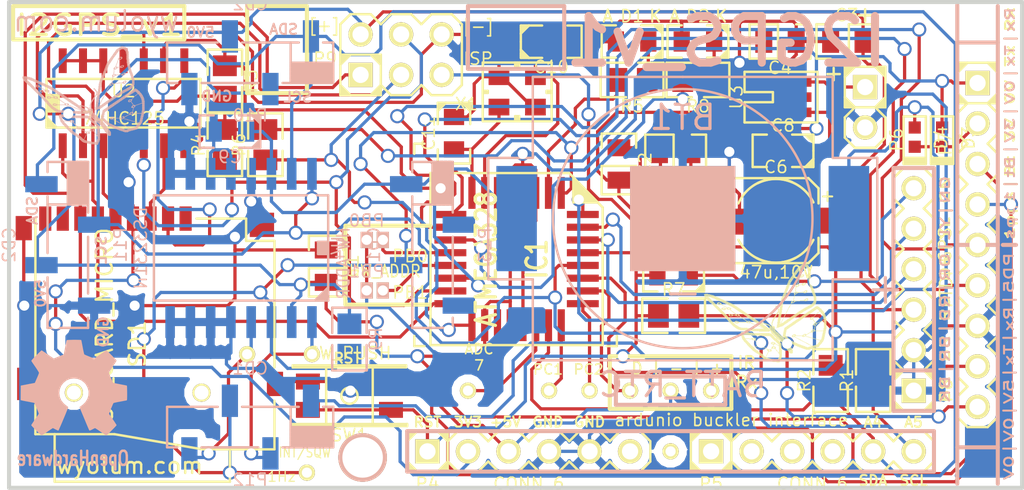
<source format=kicad_pcb>
(kicad_pcb (version 3) (host pcbnew "(2013-jul-14)-product")
  (title_block (date "18 aug 2012"))
  (layers (15 Front signal hide) (0 Back signal) (18 B.Paste user) (19 F.Paste user) (20 B.SilkS user hide) (21 F.SilkS user hide) (22 B.Mask user) (23 F.Mask user) (28 Edge.Cuts user))
  (net 0 "")
  (net 1 +3.3V)
  (net 2 /+9V)
  (net 3 /1pps)
  (net 4 /EN)
  (net 5 /FIX)
  (net 6 /GPS_BAT)
  (net 7 /GPS_Rx)
  (net 8 /GPS_Tx)
  (net 9 /Ir_Dat)
  (net 10 /LED1)
  (net 11 /LED2)
  (net 12 /MISO)
  (net 13 /MOSI)
  (net 14 /PB0)
  (net 15 /PB1)
  (net 16 /PB6)
  (net 17 /PB7)
  (net 18 /PC1)
  (net 19 /PC2)
  (net 20 /RESET)
  (net 21 /RXD)
  (net 22 /SCK)
  (net 23 /SD_CLK)
  (net 24 /SD_CS)
  (net 25 /SD_DATA_IN)
  (net 26 /SS)
  (net 27 /TXD)
  (net 28 /arthurc_rtc/32k)
  (net 29 /arthurc_rtc/5V0)
  (net 30 /arthurc_rtc/BAT)
  (net 31 /arthurc_rtc/RST)
  (net 32 /arthurc_rtc/SCL)
  (net 33 /arthurc_rtc/SDA)
  (net 34 /arthurc_rtc/SQW)
  (net 35 GND)
  (net 36 "Net-(B8-Pad1)")
  (net 37 "Net-(C4-Pad1)")
  (net 38 "Net-(C7-Pad1)")
  (net 39 "Net-(D1-Pad1)")
  (net 40 "Net-(D2-Pad1)")
  (net 41 "Net-(P1-Pad1)")
  (net 42 "Net-(P4-Pad6)")
  (net 43 "Net-(P5-Pad1)")
  (net 44 "Net-(P5-Pad2)")
  (net 45 "Net-(P5-Pad3)")
  (net 46 "Net-(P5-Pad4)")
  (net 47 "Net-(SD1-Pad1)")
  (net 48 "Net-(SD1-Pad8)")
  (net 49 "Net-(SD1-Pad9)")
  (net 50 "Net-(SD1-PadH1)")
  (net 51 "Net-(SD1-PadH2)")
  (net 52 "Net-(U2-Pad11)")
  (module OSHW_6mm (layer Back) (at 29.464 49.5935)
    (fp_text reference G3 hide)
    (fp_text value LOGO hide)
  )
  (module Logo-WL3 (layer Front) (at 67.818 41.275)
    (fp_text reference G1 hide)
    (fp_text value Logo-WL3 hide)
  )
  (module Logo-WL3 (layer Back) (at 25.0825 27.6225)
    (fp_text reference G2 hide)
    (fp_text value Logo-WL3 hide)
  )
  (module "ArthurC Lib:I%2fO" (layer Front) (at 44.069 54.9275)
    (fp_text reference B2 hide)
    (fp_text value I/O hide)
    (pad 1 thru_hole circle (at 0 0) (size 1.016 1.016) (drill 0.635) (layers *.Cu *.Mask F.SilkS) (net 34 /arthurc_rtc/SQW))
  )
  (module "ArthurC Lib:I%2fO" (layer Front) (at 40.3225 47.498)
    (fp_text reference B3 hide)
    (fp_text value I/O hide)
    (pad 1 thru_hole circle (at 0 0) (size 1.016 1.016) (drill 0.635) (layers *.Cu *.Mask F.SilkS) (net 31 /arthurc_rtc/RST))
  )
  (module "ArthurC Lib:I%2fO" (layer Front) (at 64.3255 49.784 180)
    (fp_text reference B4 hide)
    (fp_text value I/O hide)
    (pad 1 thru_hole circle (at 0 0 180) (size 1.016 1.016) (drill 0.635) (layers *.Cu *.Mask F.SilkS) (net 9 /Ir_Dat))
  )
  (module "ArthurC Lib:I%2fO" (layer Front) (at 61.7855 49.784 90)
    (fp_text reference B5 hide)
    (fp_text value I/O hide)
    (pad 1 thru_hole circle (at 0 0 90) (size 1.016 1.016) (drill 0.635) (layers *.Cu *.Mask F.SilkS) (net 19 /PC2))
  )
  (module "ArthurC Lib:I%2fO" (layer Front) (at 59.2455 49.784 90)
    (fp_text reference B6 hide)
    (fp_text value I/O hide)
    (pad 1 thru_hole circle (at 0 0 90) (size 1.016 1.016) (drill 0.635) (layers *.Cu *.Mask F.SilkS) (net 18 /PC1))
  )
  (module "ArthurC Lib:I%2fO" (layer Front) (at 54.1655 49.784 90)
    (fp_text reference B8 hide)
    (fp_text value I/O hide)
    (pad 1 thru_hole circle (at 0 0 90) (size 1.016 1.016) (drill 0.635) (layers *.Cu *.Mask F.SilkS) (net 36 "Net-(B8-Pad1)"))
  )
  (module "ArthurC Lib:I%2fO_ADR" (layer Front) (at 48.8315 43.4975 180)
    (fp_text reference B10 hide)
    (fp_text value I/O hide)
    (pad 1 thru_hole rect (at 0 0 180) (size 0.762 1.016) (drill 0.635) (layers *.Cu *.SilkS *.Mask) (net 15 /PB1))
  )
  (module "ArthurC Lib:I%2fO_ADR" (layer Front) (at 48.8315 40.3225 180)
    (fp_text reference B11 hide)
    (fp_text value I/O hide)
    (pad 1 thru_hole rect (at 0 0 180) (size 0.762 1.016) (drill 0.635) (layers *.Cu *.SilkS *.Mask) (net 14 /PB0))
  )
  (module "ArthurC Lib:I%2fO" (layer Front) (at 44.3865 47.498)
    (fp_text reference B15 hide)
    (fp_text value I/O hide)
    (pad 1 thru_hole circle (at 0 0) (size 1.016 1.016) (drill 0.635) (layers *.Cu *.Mask F.SilkS) (net 28 /arthurc_rtc/32k))
  )
  (module "ArthurC Lib:I%2fO_ADR" (layer Front) (at 47.8155 40.3225)
    (fp_text reference B16 hide)
    (fp_text value I/O hide)
    (pad 1 thru_hole rect (at 0 0) (size 0.762 1.016) (drill 0.635) (layers *.Cu *.SilkS *.Mask) (net 35 GND))
  )
  (module "ArthurC Lib:I%2fO_ADR" (layer Front) (at 47.8155 43.4975)
    (fp_text reference B17 hide)
    (fp_text value I/O hide)
    (pad 1 thru_hole rect (at 0 0) (size 0.762 1.016) (drill 0.635) (layers *.Cu *.SilkS *.Mask) (net 35 GND))
  )
  (module "ArthurC Lib:I%2fO" (layer Front) (at 66.8655 49.784)
    (fp_text reference B18 hide)
    (fp_text value I/O hide)
    (pad 1 thru_hole circle (at 0 0) (size 1.016 1.016) (drill 0.635) (layers *.Cu *.Mask F.SilkS) (net 35 GND))
  )
  (module "ArthurC Lib:I%2fO" (layer Front) (at 69.4055 49.784)
    (fp_text reference B19 hide)
    (fp_text value I/O hide)
    (pad 1 thru_hole circle (at 0 0) (size 1.016 1.016) (drill 0.635) (layers *.Cu *.Mask F.SilkS) (net 29 /arthurc_rtc/5V0))
  )
  (module "ArthurC Lib:CR1632" (layer Back) (at 67.6275 38.989 180)
    (fp_text reference BT1 (at 0 6.35 180) (layer B.SilkS) (effects (font (thickness 0.2032)) (justify mirror)))
    (fp_text value BATT_RTC (at 0 -10.414 180) (layer B.SilkS) (effects (font (thickness 0.2032)) (justify mirror)))
    (fp_text user - (at 0 -4.572 180) (layer B.SilkS) (effects (font (size 2.032 2.032) (thickness 0.2032)) (justify mirror)))
    (fp_text user + (at -12.7 -4.318 180) (layer B.SilkS) (effects (font (size 2.032 2.032) (thickness 0.2032)) (justify mirror)))
    (pad + smd rect (at -10.414 0 180) (size 2.54 6.604) (layers Back B.Paste B.Mask) (net 30 /arthurc_rtc/BAT))
    (pad + smd rect (at 10.414 0 180) (size 2.54 6.604) (layers Back B.Paste B.Mask) (net 30 /arthurc_rtc/BAT))
    (pad - smd rect (at 0 0 180) (size 6.604 6.604) (layers Back B.Paste B.SilkS B.Mask) (net 35 GND))
  )
  (module "ArthurC Lib:c_0805" (layer Front) (at 45.2755 41.9735 270)
    (fp_text reference C1 (at 0 -1.651 270) (layer F.SilkS) (effects (font (size 0.762 0.762) (thickness 0.1016))))
    (fp_text value 100n hide)
    (pad 1 smd rect (at 1.016 0 270) (size 1.0668 1.4224) (layers Front F.Paste F.Mask) (net 29 /arthurc_rtc/5V0))
    (pad 2 smd rect (at -1.016 0 270) (size 1.0668 1.4224) (layers Front F.Paste F.Mask) (net 35 GND))
  )
  (module "ArthurC Lib:c_0805" (layer Front) (at 63.627 35.56 270)
    (fp_text reference C2 (at 0 -1.651 270) (layer F.SilkS) (effects (font (size 0.762 0.762) (thickness 0.1016))))
    (fp_text value 1u hide)
    (pad 1 smd rect (at 1.016 0 270) (size 1.0668 1.4224) (layers Front F.Paste F.Mask) (net 29 /arthurc_rtc/5V0))
    (pad 2 smd rect (at -1.016 0 270) (size 1.0668 1.4224) (layers Front F.Paste F.Mask) (net 35 GND))
  )
  (module "ArthurC Lib:c_0805" (layer Front) (at 77.9145 27.8765)
    (fp_text reference C3 (at 0 -1.651) (layer F.SilkS) (effects (font (size 0.762 0.762) (thickness 0.1016))))
    (fp_text value "2u2 Tant" hide)
    (pad 1 smd rect (at 1.016 0) (size 1.0668 1.4224) (layers Front F.Paste F.Mask) (net 29 /arthurc_rtc/5V0))
    (pad 2 smd rect (at -1.016 0) (size 1.0668 1.4224) (layers Front F.Paste F.Mask) (net 35 GND))
  )
  (module "ArthurC Lib:c_0805" (layer Front) (at 73.7235 27.8765 180)
    (fp_text reference C4 (at 0 -1.651 180) (layer F.SilkS) (effects (font (size 0.762 0.762) (thickness 0.1016))))
    (fp_text value 100n hide)
    (pad 1 smd rect (at 1.016 0 180) (size 1.0668 1.4224) (layers Front F.Paste F.Mask) (net 37 "Net-(C4-Pad1)"))
    (pad 2 smd rect (at -1.016 0 180) (size 1.0668 1.4224) (layers Front F.Paste F.Mask) (net 35 GND))
  )
  (module "ArthurC Lib:c_0805" (layer Front) (at 67.183 34.798 180)
    (fp_text reference C5 (at 0 -1.651 180) (layer F.SilkS) (effects (font (size 0.762 0.762) (thickness 0.1016))))
    (fp_text value 1u hide)
    (pad 1 smd rect (at 1.016 0 180) (size 1.0668 1.4224) (layers Front F.Paste F.Mask) (net 1 +3.3V))
    (pad 2 smd rect (at -1.016 0 180) (size 1.0668 1.4224) (layers Front F.Paste F.Mask) (net 35 GND))
  )
  (module "ArthurC Lib:C_ELCO_SMD" (layer Front) (at 73.4695 39.116 90)
    (fp_text reference C6 (at 3.3655 0 180) (layer F.SilkS) (effects (font (size 0.762 0.762) (thickness 0.1016))))
    (fp_text value 47u,10V (at -3.2385 0 180) (layer F.SilkS) (effects (font (size 0.762 0.762) (thickness 0.1016))))
    (pad 1 smd rect (at 0 2.286 90) (size 1.6256 3.048) (layers Front F.Paste F.Mask) (net 2 /+9V))
    (pad 2 smd rect (at -0.0635 -2.286 90) (size 1.6256 3.048) (layers Front F.Paste F.Mask) (net 35 GND))
  )
  (module "ArthurC Lib:d_0805" (layer Front) (at 67.056 42.545)
    (fp_text reference C7 (at 0 -1.5875) (layer F.SilkS) (effects (font (size 0.762 0.762) (thickness 0.1016))))
    (fp_text value 100n hide)
    (pad 1 smd rect (at 1.016 0) (size 1.016 1.27) (layers Front F.Paste F.Mask) (net 38 "Net-(C7-Pad1)"))
    (pad 2 smd rect (at -1.016 0) (size 1.016 1.27) (layers Front F.Paste F.Mask) (net 20 /RESET))
  )
  (module "ArthurC Lib:d_0805" (layer Front) (at 73.914 34.7345)
    (fp_text reference C8 (at 0 -1.5875) (layer F.SilkS) (effects (font (size 0.762 0.762) (thickness 0.1016))))
    (fp_text value 100n hide)
    (pad 1 smd rect (at 1.016 0) (size 1.016 1.27) (layers Front F.Paste F.Mask) (net 2 /+9V))
    (pad 2 smd rect (at -1.016 0) (size 1.016 1.27) (layers Front F.Paste F.Mask) (net 35 GND))
  )
  (module "ArthurC Lib:d_0805" (layer Back) (at 39.243 33.528)
    (fp_text reference C9 (at 0 1.5875) (layer B.SilkS) (effects (font (size 0.762 0.762) (thickness 0.1016)) (justify mirror)))
    (fp_text value 100n hide)
    (pad 1 smd rect (at 1.016 0) (size 1.016 1.27) (layers Back B.Paste B.Mask) (net 30 /arthurc_rtc/BAT))
    (pad 2 smd rect (at -1.016 0) (size 1.016 1.27) (layers Back B.Paste B.Mask) (net 35 GND))
  )
  (module "ArthurC Lib:d_0805" (layer Front) (at 59.3852 27.8892 180)
    (fp_text reference C10 (at 0 -1.5875 180) (layer F.SilkS) (effects (font (size 0.762 0.762) (thickness 0.1016))))
    (fp_text value 22p hide)
    (pad 1 smd rect (at 1.016 0 180) (size 1.016 1.27) (layers Front F.Paste F.Mask) (net 16 /PB6))
    (pad 2 smd rect (at -1.016 0 180) (size 1.016 1.27) (layers Front F.Paste F.Mask) (net 35 GND))
  )
  (module "ArthurC Lib:d_0805" (layer Front) (at 53.2892 33.6296 90)
    (fp_text reference C11 (at 0 -1.5875 90) (layer F.SilkS) (effects (font (size 0.762 0.762) (thickness 0.1016))))
    (fp_text value 22p hide)
    (pad 1 smd rect (at 1.016 0 90) (size 1.016 1.27) (layers Front F.Paste F.Mask) (net 35 GND))
    (pad 2 smd rect (at -1.016 0 90) (size 1.016 1.27) (layers Front F.Paste F.Mask) (net 17 /PB7))
  )
  (module "ArthurC Lib:d_0805" (layer Front) (at 64.4525 27.8765)
    (fp_text reference D1 (at 0 -1.5875) (layer F.SilkS) (effects (font (size 0.762 0.762) (thickness 0.1016))))
    (fp_text value LED hide)
    (pad 1 smd rect (at 1.016 0) (size 1.016 1.27) (layers Front F.Paste F.Mask) (net 39 "Net-(D1-Pad1)"))
    (pad 2 smd rect (at -1.016 0) (size 1.016 1.27) (layers Front F.Paste F.Mask) (net 35 GND))
  )
  (module "ArthurC Lib:d_0805" (layer Front) (at 68.58 27.8765)
    (fp_text reference D2 (at 0 -1.5875) (layer F.SilkS) (effects (font (size 0.762 0.762) (thickness 0.1016))))
    (fp_text value LED hide)
    (pad 1 smd rect (at 1.016 0) (size 1.016 1.27) (layers Front F.Paste F.Mask) (net 40 "Net-(D2-Pad1)"))
    (pad 2 smd rect (at -1.016 0) (size 1.016 1.27) (layers Front F.Paste F.Mask) (net 35 GND))
  )
  (module "ArthurC Lib:d_VMD2" (layer Front) (at 83.8835 33.909 270)
    (fp_text reference D3 (at 0 -1.651 270) (layer F.SilkS) (effects (font (size 0.762 0.762) (thickness 0.1016))))
    (fp_text value RB886GT2R hide)
    (pad 2 smd rect (at 0.5715 0 270) (size 0.762 0.762) (layers Front F.Paste F.Mask) (net 6 /GPS_BAT))
    (pad 1 smd rect (at -0.635 0 270) (size 0.762 0.762) (layers Front F.Paste F.Mask) (net 1 +3.3V))
  )
  (module "ArthurC Lib:d_VMD2" (layer Front) (at 82.169 33.909 270)
    (fp_text reference D4 (at 0 -1.651 270) (layer F.SilkS) (effects (font (size 0.762 0.762) (thickness 0.1016))))
    (fp_text value RB886GT2R hide)
    (pad 2 smd rect (at 0.5715 0 270) (size 0.762 0.762) (layers Front F.Paste F.Mask) (net 6 /GPS_BAT))
    (pad 1 smd rect (at -0.635 0 270) (size 0.762 0.762) (layers Front F.Paste F.Mask) (net 30 /arthurc_rtc/BAT))
  )
  (module "ArthurC Lib:TQFP32" (layer Front) (at 57.2135 41.529 270)
    (fp_text reference IC1 (at 0 -1.27 270) (layer F.SilkS) (effects (font (size 1.27 1.016) (thickness 0.2032))))
    (fp_text value ATMEGA328 (at 0 1.905 270) (layer F.SilkS) (effects (font (size 1.27 1.016) (thickness 0.2032))))
    (pad 8 smd rect (at -4.15036 2.79908 270) (size 1.99898 0.44958) (layers Front F.Paste F.Mask) (net 17 /PB7) (clearance 0.127))
    (pad 7 smd rect (at -4.15036 1.99898 270) (size 1.99898 0.44958) (layers Front F.Paste F.Mask) (net 16 /PB6) (clearance 0.14986))
    (pad 6 smd rect (at -4.15036 1.19888 270) (size 1.99898 0.44958) (layers Front F.Paste F.Mask) (net 29 /arthurc_rtc/5V0) (clearance 0.14986))
    (pad 5 smd rect (at -4.15036 0.39878 270) (size 1.99898 0.44958) (layers Front F.Paste F.Mask) (net 35 GND) (clearance 0.14986))
    (pad 4 smd rect (at -4.15036 -0.39878 270) (size 1.99898 0.44958) (layers Front F.Paste F.Mask) (net 29 /arthurc_rtc/5V0) (clearance 0.14986))
    (pad 3 smd rect (at -4.15036 -1.19888 270) (size 1.99898 0.44958) (layers Front F.Paste F.Mask) (net 35 GND) (clearance 0.14986))
    (pad 2 smd rect (at -4.15036 -1.99898 270) (size 1.99898 0.44958) (layers Front F.Paste F.Mask) (net 10 /LED1) (clearance 0.14986))
    (pad 1 smd rect (at -4.15036 -2.79908 270) (size 1.99898 0.44958) (layers Front F.Paste F.Mask) (net 34 /arthurc_rtc/SQW) (clearance 0.127))
    (pad 24 smd rect (at 4.15036 -2.79908 270) (size 1.99898 0.44958) (layers Front F.Paste F.Mask) (net 18 /PC1) (clearance 0.127))
    (pad 17 smd rect (at 4.15036 2.79908 270) (size 1.99898 0.44958) (layers Front F.Paste F.Mask) (net 22 /SCK) (clearance 0.127))
    (pad 18 smd rect (at 4.15036 1.99898 270) (size 1.99898 0.44958) (layers Front F.Paste F.Mask) (net 29 /arthurc_rtc/5V0) (clearance 0.14986))
    (pad 19 smd rect (at 4.15036 1.19888 270) (size 1.99898 0.44958) (layers Front F.Paste F.Mask) (net 5 /FIX) (clearance 0.14986))
    (pad 20 smd rect (at 4.15036 0.39878 270) (size 1.99898 0.44958) (layers Front F.Paste F.Mask) (net 29 /arthurc_rtc/5V0) (clearance 0.14986))
    (pad 21 smd rect (at 4.15036 -0.39878 270) (size 1.99898 0.44958) (layers Front F.Paste F.Mask) (net 35 GND) (clearance 0.14986))
    (pad 22 smd rect (at 4.15036 -1.19888 270) (size 1.99898 0.44958) (layers Front F.Paste F.Mask) (net 36 "Net-(B8-Pad1)") (clearance 0.14986))
    (pad 23 smd rect (at 4.15036 -1.99898 270) (size 1.99898 0.44958) (layers Front F.Paste F.Mask) (net 4 /EN) (clearance 0.14986))
    (pad 32 smd rect (at -2.79908 -4.15036) (size 1.99898 0.44958) (layers Front F.Paste F.Mask) (net 3 /1pps) (clearance 0.127))
    (pad 31 smd rect (at -1.99898 -4.15036) (size 1.99898 0.44958) (layers Front F.Paste F.Mask) (net 27 /TXD) (clearance 0.14986))
    (pad 30 smd rect (at -1.19888 -4.15036) (size 1.99898 0.44958) (layers Front F.Paste F.Mask) (net 21 /RXD) (clearance 0.14986))
    (pad 29 smd rect (at -0.39878 -4.15036) (size 1.99898 0.44958) (layers Front F.Paste F.Mask) (net 20 /RESET) (clearance 0.14986))
    (pad 28 smd rect (at 0.39878 -4.15036) (size 1.99898 0.44958) (layers Front F.Paste F.Mask) (net 32 /arthurc_rtc/SCL) (clearance 0.14986))
    (pad 27 smd rect (at 1.19888 -4.15036) (size 1.99898 0.44958) (layers Front F.Paste F.Mask) (net 33 /arthurc_rtc/SDA) (clearance 0.14986))
    (pad 26 smd rect (at 1.99898 -4.15036) (size 1.99898 0.44958) (layers Front F.Paste F.Mask) (net 9 /Ir_Dat) (clearance 0.14986))
    (pad 25 smd rect (at 2.79908 -4.15036) (size 1.99898 0.44958) (layers Front F.Paste F.Mask) (net 19 /PC2) (clearance 0.127))
    (pad 9 smd rect (at -2.79908 4.15036) (size 1.99898 0.44958) (layers Front F.Paste F.Mask) (net 7 /GPS_Rx) (clearance 0.127))
    (pad 10 smd rect (at -1.99898 4.15036) (size 1.99898 0.44958) (layers Front F.Paste F.Mask) (net 8 /GPS_Tx) (clearance 0.14986))
    (pad 11 smd rect (at -1.19888 4.15036) (size 1.99898 0.44958) (layers Front F.Paste F.Mask) (net 11 /LED2) (clearance 0.14986))
    (pad 12 smd rect (at -0.39878 4.15036) (size 1.99898 0.44958) (layers Front F.Paste F.Mask) (net 14 /PB0) (clearance 0.14986))
    (pad 13 smd rect (at 0.39878 4.15036) (size 1.99898 0.44958) (layers Front F.Paste F.Mask) (net 15 /PB1) (clearance 0.14986))
    (pad 14 smd rect (at 1.19888 4.15036) (size 1.99898 0.44958) (layers Front F.Paste F.Mask) (net 26 /SS) (clearance 0.14986))
    (pad 15 smd rect (at 1.99898 4.15036) (size 1.99898 0.44958) (layers Front F.Paste F.Mask) (net 13 /MOSI) (clearance 0.14986))
    (pad 16 smd rect (at 2.79908 4.15036) (size 1.99898 0.44958) (layers Front F.Paste F.Mask) (net 12 /MISO) (clearance 0.127))
  )
  (module "ArthurC Lib:I%2fO" (layer Front) (at 66.8655 53.594 180)
    (fp_text reference P1 hide)
    (fp_text value I/O hide)
    (pad 1 thru_hole circle (at 0 0 180) (size 1.016 1.016) (drill 0.635) (layers *.Cu *.Mask F.SilkS) (net 41 "Net-(P1-Pad1)"))
  )
  (module "ArthurC Lib:PIN_ARRAY-6X1" (layer Front) (at 57.9755 53.594)
    (fp_text reference P4 (at -6.35 2.032) (layer F.SilkS) (effects (font (size 0.762 0.762) (thickness 0.1016))))
    (fp_text value CONN_6 (at 0 2.032) (layer F.SilkS) (effects (font (size 0.762 0.762) (thickness 0.1016))))
    (pad 1 thru_hole rect (at -6.35 0) (size 1.524 1.524) (drill 1.016) (layers *.Cu *.Mask F.SilkS) (net 20 /RESET))
    (pad 2 thru_hole circle (at -3.81 0) (size 1.524 1.524) (drill 1.016) (layers *.Cu *.Mask F.SilkS) (net 1 +3.3V))
    (pad 3 thru_hole circle (at -1.27 0) (size 1.524 1.524) (drill 1.016) (layers *.Cu *.Mask F.SilkS) (net 29 /arthurc_rtc/5V0))
    (pad 4 thru_hole circle (at 1.27 0) (size 1.524 1.524) (drill 1.016) (layers *.Cu *.Mask F.SilkS) (net 35 GND))
    (pad 5 thru_hole circle (at 3.81 0) (size 1.524 1.524) (drill 1.016) (layers *.Cu *.Mask F.SilkS) (net 35 GND))
    (pad 6 thru_hole circle (at 6.35 0) (size 1.524 1.524) (drill 1.016) (layers *.Cu *.Mask F.SilkS) (net 42 "Net-(P4-Pad6)"))
  )
  (module "ArthurC Lib:PIN_ARRAY-6X1" (layer Front) (at 75.7555 53.594)
    (fp_text reference P5 (at -6.35 2.032) (layer F.SilkS) (effects (font (size 0.762 0.762) (thickness 0.1016))))
    (fp_text value CONN_6 (at 0 2.032) (layer F.SilkS) (effects (font (size 0.762 0.762) (thickness 0.1016))))
    (pad 1 thru_hole rect (at -6.35 0) (size 1.524 1.524) (drill 1.016) (layers *.Cu *.Mask F.SilkS) (net 43 "Net-(P5-Pad1)"))
    (pad 2 thru_hole circle (at -3.81 0) (size 1.524 1.524) (drill 1.016) (layers *.Cu *.Mask F.SilkS) (net 44 "Net-(P5-Pad2)"))
    (pad 3 thru_hole circle (at -1.27 0) (size 1.524 1.524) (drill 1.016) (layers *.Cu *.Mask F.SilkS) (net 45 "Net-(P5-Pad3)"))
    (pad 4 thru_hole circle (at 1.27 0) (size 1.524 1.524) (drill 1.016) (layers *.Cu *.Mask F.SilkS) (net 46 "Net-(P5-Pad4)"))
    (pad 5 thru_hole circle (at 3.81 0) (size 1.524 1.524) (drill 1.016) (layers *.Cu *.Mask F.SilkS) (net 33 /arthurc_rtc/SDA))
    (pad 6 thru_hole circle (at 6.35 0) (size 1.524 1.524) (drill 1.016) (layers *.Cu *.Mask F.SilkS) (net 32 /arthurc_rtc/SCL))
  )
  (module "ArthurC Lib:pin_strip_2" (layer Front) (at 79.0575 32.004 270)
    (fp_text reference P6 (at 2.032 -1.9685 270) (layer F.SilkS) (effects (font (size 0.762 0.762) (thickness 0.1016))))
    (fp_text value 9VBAT hide)
    (pad 1 thru_hole rect (at -1.27 0 270) (size 1.524 1.524) (drill 1.016) (layers *.Cu *.Mask F.SilkS) (net 2 /+9V))
    (pad 2 thru_hole circle (at 1.27 0 270) (size 1.524 1.524) (drill 1.016) (layers *.Cu *.Mask F.SilkS) (net 35 GND))
  )
  (module "ArthurC Lib:PIN_ARRAY-6X1" (layer Front) (at 82.1055 43.434 90)
    (fp_text reference P8 (at -6.35 2.032 90) (layer F.SilkS) (effects (font (size 0.762 0.762) (thickness 0.1016))))
    (fp_text value FTDI (at 0 2.032 90) (layer F.SilkS) (effects (font (size 0.762 0.762) (thickness 0.1016))))
    (pad 1 thru_hole rect (at -6.35 0 90) (size 1.524 1.524) (drill 1.016) (layers *.Cu *.Mask F.SilkS) (net 35 GND))
    (pad 2 thru_hole circle (at -3.81 0 90) (size 1.524 1.524) (drill 1.016) (layers *.Cu *.Mask F.SilkS) (net 35 GND))
    (pad 3 thru_hole circle (at -1.27 0 90) (size 1.524 1.524) (drill 1.016) (layers *.Cu *.Mask F.SilkS) (net 29 /arthurc_rtc/5V0))
    (pad 4 thru_hole circle (at 1.27 0 90) (size 1.524 1.524) (drill 1.016) (layers *.Cu *.Mask F.SilkS) (net 21 /RXD))
    (pad 5 thru_hole circle (at 3.81 0 90) (size 1.524 1.524) (drill 1.016) (layers *.Cu *.Mask F.SilkS) (net 27 /TXD))
    (pad 6 thru_hole circle (at 6.35 0 90) (size 1.524 1.524) (drill 1.016) (layers *.Cu *.Mask F.SilkS) (net 38 "Net-(C7-Pad1)"))
  )
  (module "ArthurC Lib:ISP" (layer Front) (at 47.4345 29.972)
    (fp_text reference P9 (at -2.2225 -1.016) (layer F.SilkS) (effects (font (size 0.762 0.762) (thickness 0.1016))))
    (fp_text value ISP (at 7.366 -1.016) (layer F.SilkS) (effects (font (size 0.762 0.762) (thickness 0.1016))))
    (pad 1 thru_hole rect (at 0 0) (size 1.524 1.524) (drill 1.016) (layers *.Cu *.Mask F.SilkS) (net 12 /MISO))
    (pad 2 thru_hole circle (at 0 -2.54) (size 1.524 1.524) (drill 1.016) (layers *.Cu *.Mask F.SilkS) (net 29 /arthurc_rtc/5V0))
    (pad 3 thru_hole circle (at 2.54 0) (size 1.524 1.524) (drill 1.016) (layers *.Cu *.Mask F.SilkS) (net 22 /SCK))
    (pad 4 thru_hole circle (at 2.54 -2.54) (size 1.524 1.524) (drill 1.016) (layers *.Cu *.Mask F.SilkS) (net 13 /MOSI))
    (pad 5 thru_hole circle (at 5.08 0) (size 1.524 1.524) (drill 1.016) (layers *.Cu *.Mask F.SilkS) (net 20 /RESET))
    (pad 6 thru_hole circle (at 5.08 -2.54) (size 1.524 1.524) (drill 1.016) (layers *.Cu *.Mask F.SilkS) (net 35 GND))
  )
  (module "ArthurC Lib:Sck-04-F-SMT" (layer Back) (at 40.513 29.21)
    (fp_text reference P10 (at 0 3.302) (layer B.SilkS) (effects (font (size 0.762 0.762) (thickness 0.1016)) (justify mirror)))
    (fp_text value CD2 (at 0 -3.683) (layer B.SilkS) (effects (font (size 0.762 0.762) (thickness 0.1016)) (justify mirror)))
    (pad 1 smd rect (at 3.81 -1.651) (size 1.016 2.032) (layers Back B.Paste B.Mask) (net 33 /arthurc_rtc/SDA))
    (pad 2 smd rect (at 1.27 1.651) (size 1.016 2.032) (layers Back B.Paste B.Mask) (net 32 /arthurc_rtc/SCL))
    (pad 3 smd rect (at -1.27 -1.651) (size 1.016 2.032) (layers Back B.Paste B.Mask) (net 29 /arthurc_rtc/5V0))
    (pad 4 smd rect (at -3.81 1.651) (size 1.016 2.032) (layers Back B.Paste B.Mask) (net 35 GND))
  )
  (module "ArthurC Lib:Sck-04-F-SMT" (layer Back) (at 29.083 40.64 90)
    (fp_text reference P11 (at 0 3.302 90) (layer B.SilkS) (effects (font (size 0.762 0.762) (thickness 0.1016)) (justify mirror)))
    (fp_text value CD2 (at 0 -3.683 90) (layer B.SilkS) (effects (font (size 0.762 0.762) (thickness 0.1016)) (justify mirror)))
    (pad 1 smd rect (at 3.81 -1.651 90) (size 1.016 2.032) (layers Back B.Paste B.Mask) (net 33 /arthurc_rtc/SDA))
    (pad 2 smd rect (at 1.27 1.651 90) (size 1.016 2.032) (layers Back B.Paste B.Mask) (net 32 /arthurc_rtc/SCL))
    (pad 3 smd rect (at -1.27 -1.651 90) (size 1.016 2.032) (layers Back B.Paste B.Mask) (net 29 /arthurc_rtc/5V0))
    (pad 4 smd rect (at -3.81 1.651 90) (size 1.016 2.032) (layers Back B.Paste B.Mask) (net 35 GND))
  )
  (module "ArthurC Lib:Sck-04-F-SMT" (layer Back) (at 40.513 52.07)
    (fp_text reference P12 (at 0 3.302) (layer B.SilkS) (effects (font (size 0.762 0.762) (thickness 0.1016)) (justify mirror)))
    (fp_text value CD1 (at 0 -3.683) (layer B.SilkS) (effects (font (size 0.762 0.762) (thickness 0.1016)) (justify mirror)))
    (pad 1 smd rect (at 3.81 -1.651) (size 1.016 2.032) (layers Back B.Paste B.Mask) (net 30 /arthurc_rtc/BAT))
    (pad 2 smd rect (at 1.27 1.651) (size 1.016 2.032) (layers Back B.Paste B.Mask) (net 28 /arthurc_rtc/32k))
    (pad 3 smd rect (at -1.27 -1.651) (size 1.016 2.032) (layers Back B.Paste B.Mask) (net 34 /arthurc_rtc/SQW))
    (pad 4 smd rect (at -3.81 1.651) (size 1.016 2.032) (layers Back B.Paste B.Mask) (net 31 /arthurc_rtc/RST))
  )
  (module "ArthurC Lib:Sck-04-F-SMT" (layer Back) (at 51.943 40.64 90)
    (fp_text reference P13 (at 0 3.302 90) (layer B.SilkS) (effects (font (size 0.762 0.762) (thickness 0.1016)) (justify mirror)))
    (fp_text value CD1 (at 0 -3.683 90) (layer B.SilkS) (effects (font (size 0.762 0.762) (thickness 0.1016)) (justify mirror)))
    (pad 1 smd rect (at 3.81 -1.651 90) (size 1.016 2.032) (layers Back B.Paste B.Mask) (net 30 /arthurc_rtc/BAT))
    (pad 2 smd rect (at 1.27 1.651 90) (size 1.016 2.032) (layers Back B.Paste B.Mask) (net 28 /arthurc_rtc/32k))
    (pad 3 smd rect (at -1.27 -1.651 90) (size 1.016 2.032) (layers Back B.Paste B.Mask) (net 34 /arthurc_rtc/SQW))
    (pad 4 smd rect (at -3.81 1.651 90) (size 1.016 2.032) (layers Back B.Paste B.Mask) (net 31 /arthurc_rtc/RST))
  )
  (module "ArthurC Lib:PCB" (layer Front) (at 57.15 40.64)
    (fp_text reference PCB1 hide)
    (fp_text value PCB hide)
  )
  (module "ArthurC Lib:r_0805" (layer Front) (at 79.5655 49.149 90)
    (fp_text reference R1 (at 0 -1.651 90) (layer F.SilkS) (effects (font (size 0.762 0.762) (thickness 0.1016))))
    (fp_text value 10k hide)
    (pad 1 smd rect (at 0.9525 0 90) (size 1.30048 1.4986) (layers Front F.Paste F.Mask) (net 29 /arthurc_rtc/5V0))
    (pad 2 smd rect (at -0.9525 0 90) (size 1.30048 1.4986) (layers Front F.Paste F.Mask) (net 32 /arthurc_rtc/SCL))
  )
  (module "ArthurC Lib:r_0805" (layer Front) (at 76.8985 49.149 90)
    (fp_text reference R2 (at 0 -1.651 90) (layer F.SilkS) (effects (font (size 0.762 0.762) (thickness 0.1016))))
    (fp_text value 10k hide)
    (pad 1 smd rect (at 0.9525 0 90) (size 1.30048 1.4986) (layers Front F.Paste F.Mask) (net 29 /arthurc_rtc/5V0))
    (pad 2 smd rect (at -0.9525 0 90) (size 1.30048 1.4986) (layers Front F.Paste F.Mask) (net 33 /arthurc_rtc/SDA))
  )
  (module "ArthurC Lib:r_0805" (layer Front) (at 38.9255 30.353 270)
    (fp_text reference R3 (at 0 -1.651 270) (layer F.SilkS) (effects (font (size 0.762 0.762) (thickness 0.1016))))
    (fp_text value 10k hide)
    (pad 1 smd rect (at 0.9525 0 270) (size 1.30048 1.4986) (layers Front F.Paste F.Mask) (net 1 +3.3V))
    (pad 2 smd rect (at -0.9525 0 270) (size 1.30048 1.4986) (layers Front F.Paste F.Mask) (net 26 /SS))
  )
  (module "ArthurC Lib:r_0805" (layer Front) (at 38.9255 34.3535 90)
    (fp_text reference R4 (at 0 -1.651 90) (layer F.SilkS) (effects (font (size 0.762 0.762) (thickness 0.1016))))
    (fp_text value 10k hide)
    (pad 1 smd rect (at 0.9525 0 90) (size 1.30048 1.4986) (layers Front F.Paste F.Mask) (net 1 +3.3V))
    (pad 2 smd rect (at -0.9525 0 90) (size 1.30048 1.4986) (layers Front F.Paste F.Mask) (net 13 /MOSI))
  )
  (module "ArthurC Lib:r_0805" (layer Front) (at 64.4525 30.2895 180)
    (fp_text reference R5 (at 0 -1.651 180) (layer F.SilkS) (effects (font (size 0.762 0.762) (thickness 0.1016))))
    (fp_text value 1k5 hide)
    (pad 1 smd rect (at 0.9525 0 180) (size 1.30048 1.4986) (layers Front F.Paste F.Mask) (net 10 /LED1))
    (pad 2 smd rect (at -0.9525 0 180) (size 1.30048 1.4986) (layers Front F.Paste F.Mask) (net 39 "Net-(D1-Pad1)"))
  )
  (module "ArthurC Lib:r_0805" (layer Front) (at 41.4655 34.3535 90)
    (fp_text reference R6 (at 0 -1.651 90) (layer F.SilkS) (effects (font (size 0.762 0.762) (thickness 0.1016))))
    (fp_text value 10k hide)
    (pad 1 smd rect (at 0.9525 0 90) (size 1.30048 1.4986) (layers Front F.Paste F.Mask) (net 1 +3.3V))
    (pad 2 smd rect (at -0.9525 0 90) (size 1.30048 1.4986) (layers Front F.Paste F.Mask) (net 22 /SCK))
  )
  (module "ArthurC Lib:r_0805" (layer Front) (at 67.056 45.085)
    (fp_text reference R7 (at 0 -1.651) (layer F.SilkS) (effects (font (size 0.762 0.762) (thickness 0.1016))))
    (fp_text value 10k hide)
    (pad 1 smd rect (at 0.9525 0) (size 1.30048 1.4986) (layers Front F.Paste F.Mask) (net 29 /arthurc_rtc/5V0))
    (pad 2 smd rect (at -0.9525 0) (size 1.30048 1.4986) (layers Front F.Paste F.Mask) (net 20 /RESET))
  )
  (module "ArthurC Lib:r_0805" (layer Front) (at 68.58 30.2895 180)
    (fp_text reference R8 (at 0 -1.651 180) (layer F.SilkS) (effects (font (size 0.762 0.762) (thickness 0.1016))))
    (fp_text value 1k5 hide)
    (pad 1 smd rect (at 0.9525 0 180) (size 1.30048 1.4986) (layers Front F.Paste F.Mask) (net 11 /LED2))
    (pad 2 smd rect (at -0.9525 0 180) (size 1.30048 1.4986) (layers Front F.Paste F.Mask) (net 40 "Net-(D2-Pad1)"))
  )
  (module "ArthurC Lib:r_0805" (layer Back) (at 46.736 46.5455 90)
    (fp_text reference R9 (at 0 1.651 90) (layer B.SilkS) (effects (font (size 0.762 0.762) (thickness 0.1016)) (justify mirror)))
    (fp_text value 10k hide)
    (pad 1 smd rect (at 0.9525 0 90) (size 1.30048 1.4986) (layers Back B.Paste B.Mask) (net 29 /arthurc_rtc/5V0))
    (pad 2 smd rect (at -0.9525 0 90) (size 1.30048 1.4986) (layers Back B.Paste B.Mask) (net 34 /arthurc_rtc/SQW))
  )
  (module "ArthurC Lib:vite_3mm" (layer Front) (at 47.5615 53.975 90)
    (fp_text reference SC1 hide)
    (fp_text value SCREW hide)
    (pad 1 thru_hole circle (at 0 0 90) (size 3.048 3.048) (drill 2.54) (layers *.Cu *.SilkS *.Mask))
  )
  (module "ArthurC Lib:SD_Micro" (layer Front) (at 32.0675 38.989 270)
    (fp_text reference SD1 (at 7.85622 -1.37668 270) (layer F.SilkS) (effects (font (size 1.016 1.016) (thickness 0.1524))))
    (fp_text value SD_CARD_MICRO (at 6.67512 0.68072 270) (layer F.SilkS) (effects (font (size 1.016 1.016) (thickness 0.1524))))
    (pad 5 smd rect (at 0 0 270) (size 1.524 0.762) (layers Front F.Paste F.Mask) (net 23 /SD_CLK))
    (pad 6 smd rect (at 0 1.09982 270) (size 1.524 0.762) (layers Front F.Paste F.Mask) (net 35 GND))
    (pad 7 smd rect (at 0 2.19964 270) (size 1.524 0.762) (layers Front F.Paste F.Mask) (net 12 /MISO))
    (pad 8 smd rect (at 0 3.29946 270) (size 1.524 0.762) (layers Front F.Paste F.Mask) (net 48 "Net-(SD1-Pad8)"))
    (pad 9 smd rect (at 0 4.39928 270) (size 1.524 0.762) (layers Front F.Paste F.Mask) (net 49 "Net-(SD1-Pad9)"))
    (pad 4 smd rect (at 0 -1.09982 270) (size 1.524 0.762) (layers Front F.Paste F.Mask) (net 1 +3.3V))
    (pad 3 smd rect (at 0 -2.19964 270) (size 1.524 0.762) (layers Front F.Paste F.Mask) (net 25 /SD_DATA_IN))
    (pad 2 smd rect (at 0 -3.29946 270) (size 1.524 0.762) (layers Front F.Paste F.Mask) (net 24 /SD_CS))
    (pad 1 smd rect (at 0 -4.39928 270) (size 1.524 0.762) (layers Front F.Paste F.Mask) (net 47 "Net-(SD1-Pad1)"))
    (pad G1 smd rect (at 0.59944 5.74548 270) (size 1.524 1.016) (layers Front F.Paste F.Mask) (net 35 GND))
    (pad G2 smd rect (at 10.37336 5.40004 270) (size 2.032 1.524) (layers Front F.Paste F.Mask) (net 35 GND))
    (pad G3 smd rect (at 10.37336 -9.99998 270) (size 1.524 1.016) (layers Front F.Paste F.Mask) (net 35 GND))
    (pad G4 smd rect (at 0.39116 -9.1821 270) (size 1.524 1.524) (layers Front F.Paste F.Mask) (net 35 GND))
    (pad H1 thru_hole circle (at 10.922 2.6035 270) (size 1.143 1.143) (drill 0.889) (layers *.Cu *.Mask F.SilkS) (net 50 "Net-(SD1-PadH1)"))
    (pad H2 thru_hole circle (at 10.922 -5.3975 270) (size 1.143 1.143) (drill 0.889) (layers *.Cu *.Mask F.SilkS) (net 51 "Net-(SD1-PadH2)"))
  )
  (module "ArthurC Lib:SW_SMD" (layer Front) (at 46.736 50.1015 180)
    (fp_text reference SW1 (at 0 -2.4765 180) (layer F.SilkS) (effects (font (size 0.762 0.762) (thickness 0.1016))))
    (fp_text value SW_PUSH (at 0 2.667 180) (layer F.SilkS) (effects (font (size 0.762 0.762) (thickness 0.1016))))
    (pad 1 smd rect (at -2.6035 0.889 180) (size 1.50114 1.00076) (layers Front F.Paste F.Mask) (net 35 GND))
    (pad 1 smd rect (at 2.6035 0.889 180) (size 1.50114 1.00076) (layers Front F.Paste F.Mask) (net 35 GND))
    (pad 2 smd rect (at 2.6035 -0.889 180) (size 1.50114 1.00076) (layers Front F.Paste F.Mask) (net 20 /RESET))
    (pad 2 smd rect (at -2.6035 -0.889 180) (size 1.50114 1.00076) (layers Front F.Paste F.Mask) (net 20 /RESET))
  )
  (module "ArthurC Lib:SOT23-3" (layer Front) (at 67.183 38.862 180)
    (fp_text reference U1 (at 0 -2.667 180) (layer F.SilkS) (effects (font (size 0.762 0.762) (thickness 0.1016))))
    (fp_text value 3V3 hide)
    (pad 1 smd rect (at -0.9525 1.2065 180) (size 0.8001 1.19888) (layers Front F.Paste F.Mask) (net 35 GND))
    (pad 3 smd rect (at 0 -1.2065 180) (size 0.8001 1.19888) (layers Front F.Paste F.Mask) (net 29 /arthurc_rtc/5V0))
    (pad 2 smd rect (at 0.9525 1.2065 180) (size 0.8001 1.19888) (layers Front F.Paste F.Mask) (net 1 +3.3V))
  )
  (module "ArthurC Lib:SO14E" (layer Front) (at 32.5755 31.75)
    (fp_text reference U2 (at 0 -0.762) (layer F.SilkS) (effects (font (size 0.762 0.762) (thickness 0.1016))))
    (fp_text value 74HC125 (at 0 0.9525) (layer F.SilkS) (effects (font (size 0.762 0.762) (thickness 0.1016))))
    (pad 1 smd rect (at -3.81 2.667) (size 0.50038 1.5494) (layers Front F.Paste F.Mask) (net 35 GND))
    (pad 2 smd rect (at -2.54 2.667) (size 0.50038 1.5494) (layers Front F.Paste F.Mask) (net 22 /SCK))
    (pad 3 smd rect (at -1.27 2.667) (size 0.50038 1.5494) (layers Front F.Paste F.Mask) (net 23 /SD_CLK))
    (pad 4 smd rect (at 0 2.667) (size 0.50038 1.5494) (layers Front F.Paste F.Mask) (net 35 GND))
    (pad 5 smd rect (at 1.27 2.667) (size 0.50038 1.5494) (layers Front F.Paste F.Mask) (net 13 /MOSI))
    (pad 6 smd rect (at 2.54 2.667) (size 0.50038 1.5494) (layers Front F.Paste F.Mask) (net 25 /SD_DATA_IN))
    (pad 7 smd rect (at 3.81 2.667) (size 0.50038 1.5494) (layers Front F.Paste F.Mask) (net 35 GND))
    (pad 8 smd rect (at 3.81 -2.667) (size 0.50038 1.5494) (layers Front F.Paste F.Mask) (net 24 /SD_CS))
    (pad 9 smd rect (at 2.54 -2.667) (size 0.50038 1.5494) (layers Front F.Paste F.Mask) (net 26 /SS))
    (pad 10 smd rect (at 1.27 -2.667) (size 0.50038 1.5494) (layers Front F.Paste F.Mask) (net 35 GND))
    (pad 11 smd rect (at 0 -2.667) (size 0.50038 1.5494) (layers Front F.Paste F.Mask) (net 52 "Net-(U2-Pad11)"))
    (pad 12 smd rect (at -1.27 -2.667) (size 0.50038 1.5494) (layers Front F.Paste F.Mask) (net 1 +3.3V))
    (pad 13 smd rect (at -2.54 -2.667) (size 0.50038 1.5494) (layers Front F.Paste F.Mask) (net 1 +3.3V))
    (pad 14 smd rect (at -3.81 -2.667) (size 0.50038 1.5494) (layers Front F.Paste F.Mask) (net 1 +3.3V))
  )
  (module "ArthurC Lib:SOT23-5" (layer Front) (at 73.787 31.369 90)
    (fp_text reference U3 (at 0 -2.794 90) (layer F.SilkS) (effects (font (size 0.762 0.762) (thickness 0.1016))))
    (fp_text value 5V0 hide)
    (pad 1 smd rect (at -0.9525 1.3335 90) (size 0.59944 1.15062) (layers Front F.Paste F.Mask) (net 2 /+9V))
    (pad 3 smd rect (at 0.9525 1.3335 90) (size 0.59944 1.15062) (layers Front F.Paste F.Mask) (net 2 /+9V))
    (pad 2 smd rect (at 0 1.3335 90) (size 0.59944 1.15062) (layers Front F.Paste F.Mask) (net 35 GND))
    (pad 4 smd rect (at 0.9525 -1.3335 90) (size 0.59944 1.15062) (layers Front F.Paste F.Mask) (net 37 "Net-(C4-Pad1)"))
    (pad 5 smd rect (at -0.9525 -1.3335 90) (size 0.59944 1.15062) (layers Front F.Paste F.Mask) (net 29 /arthurc_rtc/5V0))
  )
  (module "ArthurC Lib:DS3231" (layer Back) (at 39.9415 40.8305 180)
    (fp_text reference U4 (at -6.096 0 450) (layer B.SilkS) (effects (font (size 0.762 0.762) (thickness 0.1016)) (justify mirror)))
    (fp_text value DS3231N (at 6.2865 0 450) (layer B.SilkS) (effects (font (size 0.762 0.762) (thickness 0.1016)) (justify mirror)))
    (pad 1 smd rect (at -4.445 -4.65074 180) (size 0.59944 1.99898) (layers Back B.Paste B.Mask) (net 28 /arthurc_rtc/32k))
    (pad 2 smd rect (at -3.175 -4.65074 180) (size 0.59944 1.99898) (layers Back B.Paste B.Mask) (net 29 /arthurc_rtc/5V0))
    (pad 3 smd rect (at -1.905 -4.65074 180) (size 0.59944 1.99898) (layers Back B.Paste B.Mask) (net 34 /arthurc_rtc/SQW))
    (pad 4 smd rect (at -0.635 -4.65074 180) (size 0.59944 1.99898) (layers Back B.Paste B.Mask) (net 31 /arthurc_rtc/RST))
    (pad 5 smd rect (at 0.635 -4.65074 180) (size 0.59944 1.99898) (layers Back B.Paste B.Mask) (net 35 GND))
    (pad 6 smd rect (at 1.905 -4.65074 180) (size 0.59944 1.99898) (layers Back B.Paste B.Mask) (net 35 GND))
    (pad 7 smd rect (at 3.175 -4.65074 180) (size 0.59944 1.99898) (layers Back B.Paste B.Mask) (net 35 GND))
    (pad 8 smd rect (at 4.445 -4.65074 180) (size 0.59944 1.99898) (layers Back B.Paste B.Mask) (net 35 GND))
    (pad 9 smd rect (at 4.445 4.65074 180) (size 0.59944 1.99898) (layers Back B.Paste B.Mask) (net 35 GND))
    (pad 10 smd rect (at 3.175 4.65074 180) (size 0.59944 1.99898) (layers Back B.Paste B.Mask) (net 35 GND))
    (pad 11 smd rect (at 1.905 4.65074 180) (size 0.59944 1.99898) (layers Back B.Paste B.Mask) (net 35 GND))
    (pad 12 smd rect (at 0.635 4.65074 180) (size 0.59944 1.99898) (layers Back B.Paste B.Mask) (net 35 GND))
    (pad 13 smd rect (at -0.635 4.65074 180) (size 0.59944 1.99898) (layers Back B.Paste B.Mask) (net 35 GND))
    (pad 14 smd rect (at -1.905 4.65074 180) (size 0.59944 1.99898) (layers Back B.Paste B.Mask) (net 30 /arthurc_rtc/BAT))
    (pad 15 smd rect (at -3.175 4.65074 180) (size 0.59944 1.99898) (layers Back B.Paste B.Mask) (net 33 /arthurc_rtc/SDA))
    (pad 16 smd rect (at -4.445 4.65074 180) (size 0.59944 1.99898) (layers Back B.Paste B.Mask) (net 32 /arthurc_rtc/SCL))
  )
  (module "ArthurC Lib:Xtal_SMD3" (layer Front) (at 57.2516 31.0388)
    (fp_text reference X1 (at -3.175 0.762) (layer F.SilkS) (effects (font (size 0.762 0.762) (thickness 0.1016))))
    (fp_text value 16MHz hide)
    (pad 2 smd rect (at -1.143 0.9525) (size 1.30048 1.04902) (layers Front F.Paste F.Mask) (net 17 /PB7))
    (pad 1 smd rect (at 1.143 -0.9525) (size 1.30048 1.04902) (layers Front F.Paste F.Mask) (net 16 /PB6))
    (pad 3 smd rect (at -1.143 -0.9525) (size 1.30048 1.04902) (layers Front F.Paste F.Mask) (net 35 GND))
    (pad 3 smd rect (at 1.143 0.9525) (size 1.30048 1.04902) (layers Front F.Paste F.Mask) (net 35 GND))
  )
  (module "ArthurC Lib:PIN_ARRAY-9X1" (layer Front) (at 86.106 40.64 270)
    (fp_text reference P7 (at -6.35 2.032 270) (layer F.SilkS) (effects (font (size 0.762 0.762) (thickness 0.1016))))
    (fp_text value GPS (at 0 2.032 270) (layer F.SilkS) (effects (font (size 0.762 0.762) (thickness 0.1016))))
    (pad 9 thru_hole circle (at 10.16 0 270) (size 1.524 1.524) (drill 1.016) (layers *.Cu *.Mask F.SilkS) (net 3 /1pps))
    (pad 8 thru_hole circle (at 7.62 0 270) (size 1.524 1.524) (drill 1.016) (layers *.Cu *.Mask F.SilkS) (net 29 /arthurc_rtc/5V0))
    (pad 7 thru_hole circle (at 5.08 0 270) (size 1.524 1.524) (drill 1.016) (layers *.Cu *.Mask F.SilkS) (net 35 GND))
    (pad 1 thru_hole rect (at -10.16 0 270) (size 1.524 1.524) (drill 1.016) (layers *.Cu *.Mask F.SilkS) (net 1 +3.3V))
    (pad 2 thru_hole circle (at -7.62 0 270) (size 1.524 1.524) (drill 1.016) (layers *.Cu *.Mask F.SilkS) (net 6 /GPS_BAT))
    (pad 3 thru_hole circle (at -5.08 0 270) (size 1.524 1.524) (drill 1.016) (layers *.Cu *.Mask F.SilkS) (net 4 /EN))
    (pad 4 thru_hole circle (at -2.54 0 270) (size 1.524 1.524) (drill 1.016) (layers *.Cu *.Mask F.SilkS) (net 5 /FIX))
    (pad 5 thru_hole circle (at 0 0 270) (size 1.524 1.524) (drill 1.016) (layers *.Cu *.Mask F.SilkS) (net 8 /GPS_Tx))
    (pad 6 thru_hole circle (at 2.54 0 270) (size 1.524 1.524) (drill 1.016) (layers *.Cu *.Mask F.SilkS) (net 7 /GPS_Rx))
  )
  (gr_text A (at 67.1195 26.289) (layer F.SilkS) (effects (font (size 0.762 0.762) (thickness 0.127))))
  (gr_text A (at 62.9285 26.289) (layer F.SilkS) (effects (font (size 0.762 0.762) (thickness 0.127))))
  (gr_text 1pps|Bt|3V|0V|Tx|Rx (at 88.138 33.02 90) (layer F.SilkS) (effects (font (size 0.5588 0.8636) (thickness 0.127))))
  (gr_text BK|BR|RD|OR|YL|GN (at 84.074 43.434 90) (layer F.SilkS) (effects (font (size 0.5588 0.8636) (thickness 0.127))))
  (gr_line (start 54.1655 29.591) (end 60.198 29.591) (angle 90) (layer B.SilkS) (width 0.254))
  (gr_line (start 54.1655 25.654) (end 54.1655 29.591) (angle 90) (layer B.SilkS) (width 0.254))
  (gr_line (start 60.198 25.654) (end 54.1655 25.654) (angle 90) (layer B.SilkS) (width 0.254))
  (gr_line (start 60.198 29.591) (end 60.198 25.654) (angle 90) (layer B.SilkS) (width 0.254))
  (gr_line (start 44.069 31.115) (end 40.3225 31.115) (angle 90) (layer F.SilkS) (width 0.254))
  (gr_line (start 44.069 25.654) (end 44.069 31.115) (angle 90) (layer F.SilkS) (width 0.254))
  (gr_line (start 40.3225 25.654) (end 44.069 25.654) (angle 90) (layer F.SilkS) (width 0.254))
  (gr_line (start 40.3225 31.115) (end 40.3225 25.654) (angle 90) (layer F.SilkS) (width 0.254))
  (gr_line (start 25.654 27.7495) (end 25.654 25.654) (angle 90) (layer F.SilkS) (width 0.254))
  (gr_line (start 36.3855 27.7495) (end 25.654 27.7495) (angle 90) (layer F.SilkS) (width 0.254))
  (gr_line (start 36.3855 25.654) (end 36.3855 27.7495) (angle 90) (layer F.SilkS) (width 0.254))
  (gr_line (start 25.654 25.654) (end 36.3855 25.654) (angle 90) (layer F.SilkS) (width 0.254))
  (gr_text GN|YL|OR|RD|BR|BK (at 84.074 43.434 90) (layer B.SilkS) (effects (font (size 0.5588 0.8636) (thickness 0.127)) (justify mirror)))
  (gr_line (start 70.2945 48.895) (end 63.4365 48.895) (angle 90) (layer B.SilkS) (width 0.254))
  (gr_line (start 70.2945 50.673) (end 70.2945 48.895) (angle 90) (layer B.SilkS) (width 0.254))
  (gr_line (start 70.231 50.673) (end 70.2945 50.673) (angle 90) (layer B.SilkS) (width 0.254))
  (gr_line (start 63.4365 50.673) (end 70.231 50.673) (angle 90) (layer B.SilkS) (width 0.254))
  (gr_line (start 63.4365 48.895) (end 63.4365 50.673) (angle 90) (layer B.SilkS) (width 0.254))
  (gr_line (start 50.3555 54.864) (end 50.3555 52.324) (angle 90) (layer B.SilkS) (width 0.254))
  (gr_line (start 83.3755 54.864) (end 50.3555 54.864) (angle 90) (layer B.SilkS) (width 0.254))
  (gr_line (start 83.3755 52.324) (end 83.3755 54.864) (angle 90) (layer B.SilkS) (width 0.254))
  (gr_line (start 50.3555 52.324) (end 83.3755 52.324) (angle 90) (layer B.SilkS) (width 0.254))
  (gr_line (start 80.8355 48.514) (end 83.3755 48.514) (angle 90) (layer B.SilkS) (width 0.254))
  (gr_line (start 83.3755 51.054) (end 80.8355 51.054) (angle 90) (layer B.SilkS) (width 0.254))
  (gr_line (start 83.3755 35.814) (end 83.3755 51.054) (angle 90) (layer B.SilkS) (width 0.254))
  (gr_line (start 80.8355 35.814) (end 83.3755 35.814) (angle 90) (layer B.SilkS) (width 0.254))
  (gr_line (start 80.8355 51.054) (end 80.8355 35.814) (angle 90) (layer B.SilkS) (width 0.254))
  (gr_line (start 87.6935 40.64) (end 88.519 40.64) (angle 90) (layer B.SilkS) (width 0.254))
  (gr_line (start 84.836 27.94) (end 87.376 27.94) (angle 90) (layer B.SilkS) (width 0.254))
  (gr_line (start 84.836 53.34) (end 87.376 53.34) (angle 90) (layer B.SilkS) (width 0.254))
  (gr_line (start 87.376 40.64) (end 87.376 40.5765) (angle 90) (layer B.SilkS) (width 0.254))
  (gr_line (start 84.836 40.64) (end 87.376 40.64) (angle 90) (layer B.SilkS) (width 0.254))
  (gr_line (start 84.836 25.5905) (end 84.836 55.626) (angle 90) (layer B.SilkS) (width 0.254))
  (gr_line (start 87.376 55.626) (end 87.376 25.654) (angle 90) (layer B.SilkS) (width 0.254))
  (gr_text PB1 (at 47.8155 42.291) (layer B.SilkS) (effects (font (size 0.762 0.762) (thickness 0.1016)) (justify mirror)))
  (gr_text PB0 (at 47.8155 39.116) (layer B.SilkS) (effects (font (size 0.762 0.762) (thickness 0.1016)) (justify mirror)))
  (gr_text HW_ADDR (at 46.355 41.783 90) (layer B.SilkS) (effects (font (size 0.762 0.6604) (thickness 0.1016)) (justify mirror)))
  (gr_text Rx|Tx|0V|3V|Bt|1pps (at 88.138 33.02 90) (layer B.SilkS) (effects (font (size 0.5588 0.8636) (thickness 0.127)) (justify mirror)))
  (gr_text SCL (at 82.0928 55.4228) (layer F.SilkS) (effects (font (size 0.635 0.635) (thickness 0.127))))
  (gr_text SDA (at 79.5528 55.4228) (layer F.SilkS) (effects (font (size 0.635 0.635) (thickness 0.127))))
  (gr_text PD5|Rx|Tx|5V|0V|0V (at 88.0745 48.26 90) (layer B.SilkS) (effects (font (size 0.5588 0.8636) (thickness 0.127)) (justify mirror)))
  (gr_text OpenHardware (at 29.4005 54.0385) (layer B.SilkS) (effects (font (size 0.889 0.6604) (thickness 0.1524)) (justify mirror)))
  (gr_text GND (at 38.4175 31.3055) (layer B.SilkS) (effects (font (size 0.635 0.635) (thickness 0.127)) (justify mirror)))
  (gr_text 5V0 (at 37.4015 27.305) (layer B.SilkS) (effects (font (size 0.635 0.635) (thickness 0.127)) (justify mirror)))
  (gr_text SCL (at 43.4975 31.369) (layer B.SilkS) (effects (font (size 0.635 0.635) (thickness 0.127)) (justify mirror)))
  (gr_text SDA (at 42.6085 27.1145) (layer B.SilkS) (effects (font (size 0.635 0.635) (thickness 0.127)) (justify mirror)))
  (gr_text GND (at 31.3055 46.101 90) (layer B.SilkS) (effects (font (size 0.635 0.635) (thickness 0.127)) (justify mirror)))
  (gr_text 5V0 (at 27.3685 43.688 90) (layer B.SilkS) (effects (font (size 0.635 0.635) (thickness 0.127)) (justify mirror)))
  (gr_text SCL (at 31.1785 40.9575 90) (layer B.SilkS) (effects (font (size 0.635 0.635) (thickness 0.127)) (justify mirror)))
  (gr_text SDA (at 26.8605 38.481 90) (layer B.SilkS) (effects (font (size 0.635 0.635) (thickness 0.127)) (justify mirror)))
  (gr_text 3V3 (at 54.1655 51.7525) (layer F.SilkS) (effects (font (size 0.635 0.635) (thickness 0.127))))
  (gr_text 1Hz (at 42.4815 55.1815) (layer F.SilkS) (effects (font (size 0.635 0.635) (thickness 0.0762))))
  (gr_text INT/SQW (at 43.942 53.6575) (layer F.SilkS) (effects (font (size 0.635 0.508) (thickness 0.0762))))
  (gr_text PC2 (at 61.722 48.4505) (layer F.SilkS) (effects (font (size 0.635 0.635) (thickness 0.1016))))
  (gr_text PC1 (at 59.182 48.4505) (layer F.SilkS) (effects (font (size 0.635 0.635) (thickness 0.1016))))
  (gr_text "ADC\n7" (at 54.864 47.6885) (layer F.SilkS) (effects (font (size 0.635 0.635) (thickness 0.1016))))
  (gr_text [-] (at 54.8132 26.924) (layer F.SilkS) (effects (font (size 0.762 0.762) (thickness 0.1016))))
  (gr_text [+] (at 45.1612 26.8732) (layer F.SilkS) (effects (font (size 0.762 0.762) (thickness 0.1016))))
  (gr_line (start 46.482 44.3865) (end 51.7525 44.3865) (angle 90) (layer F.SilkS) (width 0.254))
  (gr_line (start 46.482 39.4335) (end 46.482 44.3865) (angle 90) (layer F.SilkS) (width 0.254))
  (gr_line (start 51.816 39.4335) (end 46.482 39.4335) (angle 90) (layer F.SilkS) (width 0.254))
  (gr_text "ardunio buckler interface" (at 70.6755 51.6255) (layer F.SilkS) (effects (font (size 0.762 0.762) (thickness 0.1016))))
  (gr_text I2GPS_v1 (at 70.358 27.8765) (layer B.SilkS) (effects (font (size 2.921 2.921) (thickness 0.508)) (justify mirror)))
  (gr_line (start 70.6755 47.625) (end 70.6755 50.927) (angle 90) (layer F.SilkS) (width 0.254))
  (gr_line (start 63.0555 47.625) (end 63.0555 50.927) (angle 90) (layer F.SilkS) (width 0.254))
  (gr_text "D | - | +" (at 67.31 48.387) (layer F.SilkS) (effects (font (size 0.762 0.6858) (thickness 0.127))))
  (gr_text "IR\nRx" (at 71.628 48.641) (layer F.SilkS) (effects (font (size 0.762 0.762) (thickness 0.127))))
  (gr_line (start 70.6755 50.927) (end 63.0555 50.927) (angle 90) (layer F.SilkS) (width 0.254))
  (gr_line (start 63.0555 47.625) (end 70.6755 47.625) (angle 90) (layer F.SilkS) (width 0.254))
  (gr_text I2GPS_v1 (at 31.0515 26.8605) (layer F.SilkS) (effects (font (size 1.27 1.524) (thickness 0.2286))))
  (gr_text + (at 77.089 29.845) (layer F.SilkS) (effects (font (size 1.016 1.016) (thickness 0.1524))))
  (gr_text + (at 79.0575 26.162) (layer F.SilkS) (effects (font (size 1.016 1.016) (thickness 0.1524))))
  (gr_text HW_ADDR (at 48.9585 42.291) (layer F.SilkS) (effects (font (size 0.762 0.6604) (thickness 0.1016))))
  (gr_text PB0 (at 50.546 41.3385) (layer F.SilkS) (effects (font (size 0.762 0.762) (thickness 0.1016))))
  (gr_text PB1 (at 50.546 43.6245) (layer F.SilkS) (effects (font (size 0.762 0.762) (thickness 0.1016))))
  (gr_text A4 (at 79.5528 51.7652) (layer F.SilkS) (effects (font (size 0.635 0.635) (thickness 0.127))))
  (gr_text A5 (at 82.0928 51.7652) (layer F.SilkS) (effects (font (size 0.635 0.635) (thickness 0.127))))
  (gr_text GND (at 61.7855 51.7525) (layer F.SilkS) (effects (font (size 0.635 0.635) (thickness 0.127))))
  (gr_text + (at 76.708 37.6555 180) (layer F.SilkS) (effects (font (size 0.762 0.762) (thickness 0.127))))
  (gr_text RST (at 51.6255 51.7525) (layer F.SilkS) (effects (font (size 0.635 0.635) (thickness 0.127))))
  (gr_text RST (at 46.609 47.752) (layer F.SilkS) (effects (font (size 0.635 0.635) (thickness 0.127))))
  (gr_text +5V (at 56.515 51.7525) (layer F.SilkS) (effects (font (size 0.635 0.635) (thickness 0.127))))
  (gr_text GND (at 59.182 51.7525) (layer F.SilkS) (effects (font (size 0.635 0.635) (thickness 0.127))))
  (gr_text wyolum.com (at 32.9565 54.483) (layer F.SilkS) (effects (font (size 1.016 1.016) (thickness 0.1524))))
  (gr_line (start 25.4 25.4) (end 88.9 25.4) (angle 90) (layer Edge.Cuts) (width 0.254))
  (gr_text K (at 70.0405 26.289) (layer F.SilkS) (effects (font (size 0.762 0.762) (thickness 0.127))))
  (gr_text K (at 65.913 26.289) (layer F.SilkS) (effects (font (size 0.762 0.762) (thickness 0.127))))
  (gr_text wyolum.com (at 30.861 26.6065) (layer B.SilkS) (effects (font (size 1.27 1.143) (thickness 0.1524)) (justify mirror)))
  (gr_line (start 88.9 55.88) (end 25.4 55.88) (angle 90) (layer Edge.Cuts) (width 0.254))
  (gr_line (start 88.9 25.4) (end 88.9 55.88) (angle 90) (layer Edge.Cuts) (width 0.254))
  (gr_line (start 25.4 55.88) (end 25.4 25.4) (angle 90) (layer Edge.Cuts) (width 0.254))
  (segment (start 45.7835 52.07) (end 43.5356 52.07) (width 0.2032) (layer Back) (net 1))
  (segment (start 43.5356 52.07) (end 40.3606 48.895) (width 0.2032) (layer Back) (net 1))
  (segment (start 41.4655 33.401) (end 47.498 33.401) (width 0.2032) (layer Front) (net 1))
  (segment (start 47.498 33.401) (end 49.149 35.052) (width 0.2032) (layer Front) (net 1))
  (segment (start 83.8835 30.353) (end 84.455 30.353) (width 0.2032) (layer Front) (net 1))
  (segment (start 84.582 30.48) (end 86.106 30.48) (width 0.2032) (layer Front) (net 1))
  (segment (start 84.455 30.353) (end 84.582 30.48) (width 0.2032) (layer Front) (net 1))
  (segment (start 31.3055 30.988) (end 31.3055 29.083) (width 0.2032) (layer Front) (net 1))
  (segment (start 54.1655 54.356) (end 53.467 55.0545) (width 0.2032) (layer Back) (net 1))
  (segment (start 83.8835 30.353) (end 81.2165 30.353) (width 0.2032) (layer Back) (net 1))
  (segment (start 80.6196 29.2481) (end 80.2005 28.829) (width 0.2032) (layer Back) (net 1))
  (segment (start 30.0355 29.083) (end 28.7655 29.083) (width 0.2032) (layer Front) (net 1))
  (segment (start 80.6196 29.7561) (end 80.6196 29.2481) (width 0.2032) (layer Back) (net 1))
  (segment (start 38.9255 33.401) (end 41.4655 33.401) (width 0.2032) (layer Front) (net 1))
  (segment (start 66.2305 34.8615) (end 66.167 34.798) (width 0.2032) (layer Front) (net 1))
  (segment (start 36.2585 31.3055) (end 38.9255 31.3055) (width 0.2032) (layer Front) (net 1))
  (segment (start 53.467 55.0545) (end 50.7365 55.0545) (width 0.2032) (layer Back) (net 1))
  (segment (start 49.149 35.052) (end 55.94604 35.052) (width 0.2032) (layer Back) (net 1))
  (segment (start 75.5015 28.321) (end 76.0095 28.829) (width 0.2032) (layer Back) (net 1))
  (segment (start 75.5015 28.321) (end 65.6971 28.321) (width 0.2032) (layer Back) (net 1))
  (segment (start 65.6971 28.321) (end 64.0842 29.9339) (width 0.2032) (layer Back) (net 1))
  (segment (start 58.293 34.0995) (end 59.563 35.3695) (width 0.2032) (layer Back) (net 1))
  (segment (start 59.563 35.3695) (end 61.341 35.3695) (width 0.2032) (layer Back) (net 1))
  (segment (start 56.89854 34.0995) (end 58.293 34.0995) (width 0.2032) (layer Back) (net 1))
  (segment (start 64.0842 32.6263) (end 61.341 35.3695) (width 0.2032) (layer Back) (net 1))
  (segment (start 55.94604 35.052) (end 56.89854 34.0995) (width 0.2032) (layer Back) (net 1))
  (segment (start 64.0842 29.9339) (end 64.0842 32.6263) (width 0.2032) (layer Back) (net 1))
  (via (at 49.149 35.052) (size 0.889) (layers Front Back) (net 1))
  (segment (start 46.4185 51.435) (end 45.7835 52.07) (width 0.2032) (layer Back) (net 1))
  (segment (start 66.167 34.798) (end 66.167 33.74898) (width 0.2032) (layer Front) (net 1))
  (via (at 76.0095 33.3375) (size 0.889) (layers Front Back) (net 1))
  (via (at 83.8835 30.353) (size 0.889) (layers Front Back) (net 1))
  (segment (start 31.95066 31.623) (end 31.9405 31.623) (width 0.2032) (layer Front) (net 1))
  (segment (start 28.321 43.561) (end 29.0195 42.8625) (width 0.2032) (layer Back) (net 1))
  (segment (start 28.321 45.593) (end 28.321 43.561) (width 0.2032) (layer Front) (net 1))
  (segment (start 31.95066 36.94684) (end 33.16732 38.1635) (width 0.2032) (layer Front) (net 1))
  (segment (start 49.911 52.324) (end 49.022 51.435) (width 0.2032) (layer Back) (net 1))
  (segment (start 50.7365 55.0545) (end 49.911 54.229) (width 0.2032) (layer Back) (net 1))
  (segment (start 49.911 54.229) (end 49.911 52.324) (width 0.2032) (layer Back) (net 1))
  (segment (start 38.6842 48.895) (end 38.1127 48.3235) (width 0.2032) (layer Back) (net 1))
  (segment (start 29.0195 42.8625) (end 33.2105 42.8625) (width 0.2032) (layer Back) (net 1))
  (segment (start 66.2305 37.6555) (end 66.2305 34.8615) (width 0.2032) (layer Front) (net 1))
  (segment (start 33.16732 42.81932) (end 33.16732 38.989) (width 0.2032) (layer Front) (net 1))
  (segment (start 40.3606 48.895) (end 38.6842 48.895) (width 0.2032) (layer Back) (net 1))
  (segment (start 76.0095 33.3375) (end 66.57848 33.3375) (width 0.2032) (layer Front) (net 1))
  (segment (start 33.2105 42.8625) (end 33.16732 42.81932) (width 0.2032) (layer Front) (net 1))
  (segment (start 54.1655 53.594) (end 54.1655 54.356) (width 0.2032) (layer Back) (net 1))
  (segment (start 31.3055 29.083) (end 30.0355 29.083) (width 0.2032) (layer Front) (net 1))
  (via (at 28.321 43.561) (size 0.889) (layers Front Back) (net 1))
  (segment (start 38.1127 48.3235) (end 29.464 48.3235) (width 0.2032) (layer Back) (net 1))
  (segment (start 81.2165 30.353) (end 80.6196 29.7561) (width 0.2032) (layer Back) (net 1))
  (segment (start 49.022 51.435) (end 46.4185 51.435) (width 0.2032) (layer Back) (net 1))
  (segment (start 31.95066 36.94684) (end 31.95066 31.623) (width 0.2032) (layer Front) (net 1))
  (segment (start 29.464 48.3235) (end 28.321 47.1805) (width 0.2032) (layer Back) (net 1))
  (via (at 33.2105 42.8625) (size 0.889) (layers Front Back) (net 1))
  (segment (start 33.16732 38.989) (end 33.16732 38.1635) (width 0.2032) (layer Front) (net 1))
  (segment (start 35.941 31.623) (end 31.95066 31.623) (width 0.2032) (layer Front) (net 1))
  (segment (start 36.2585 31.3055) (end 35.941 31.623) (width 0.2032) (layer Front) (net 1))
  (segment (start 76.0095 33.3375) (end 76.0095 28.829) (width 0.2032) (layer Back) (net 1))
  (segment (start 38.9255 31.3055) (end 38.9255 33.401) (width 0.2032) (layer Front) (net 1))
  (segment (start 31.9405 31.623) (end 31.3055 30.988) (width 0.2032) (layer Front) (net 1))
  (segment (start 66.167 33.74898) (end 66.57848 33.3375) (width 0.2032) (layer Front) (net 1))
  (segment (start 83.8835 33.274) (end 83.8835 30.353) (width 0.2032) (layer Front) (net 1))
  (segment (start 28.321 47.1805) (end 28.321 45.593) (width 0.2032) (layer Back) (net 1))
  (segment (start 80.2005 28.829) (end 76.0095 28.829) (width 0.2032) (layer Back) (net 1))
  (via (at 28.321 45.593) (size 0.889) (layers Front Back) (net 1))
  (segment (start 79.0575 30.734) (end 76.835 30.734) (width 0.2032) (layer Front) (net 2))
  (segment (start 76.835 30.734) (end 76.5175 30.4165) (width 0.2032) (layer Front) (net 2))
  (segment (start 75.7555 37.1475) (end 74.93 36.322) (width 0.2032) (layer Front) (net 2))
  (segment (start 76.835 32.3215) (end 76.835 34.2265) (width 0.2032) (layer Front) (net 2))
  (segment (start 76.835 34.2265) (end 76.327 34.7345) (width 0.2032) (layer Front) (net 2))
  (segment (start 74.93 36.322) (end 74.93 34.7345) (width 0.2032) (layer Front) (net 2))
  (segment (start 75.7555 39.116) (end 75.7555 37.1475) (width 0.2032) (layer Front) (net 2))
  (segment (start 76.835 30.734) (end 76.835 32.3215) (width 0.2032) (layer Front) (net 2))
  (segment (start 75.1205 32.3215) (end 76.835 32.3215) (width 0.2032) (layer Front) (net 2))
  (segment (start 75.1205 30.4165) (end 76.5175 30.4165) (width 0.2032) (layer Front) (net 2))
  (segment (start 74.93 34.7345) (end 76.327 34.7345) (width 0.2032) (layer Front) (net 2))
  (segment (start 83.6676 51.4096) (end 74.5744 51.4096) (width 0.2032) (layer Back) (net 3))
  (segment (start 74.168 51.0032) (end 74.168 49.9364) (width 0.2032) (layer Back) (net 3))
  (segment (start 74.5744 51.4096) (end 74.168 51.0032) (width 0.2032) (layer Back) (net 3))
  (segment (start 61.1124 37.7952) (end 61.1124 44.9072) (width 0.2032) (layer Back) (net 3))
  (segment (start 61.5696 45.3644) (end 72.6948 45.3644) (width 0.2032) (layer Back) (net 3))
  (segment (start 61.1124 44.9072) (end 61.5696 45.3644) (width 0.2032) (layer Back) (net 3))
  (segment (start 72.6948 45.3644) (end 74.168 46.8376) (width 0.2032) (layer Back) (net 3))
  (via (at 74.168 46.8376) (size 0.889) (layers Front Back) (net 3))
  (segment (start 74.168 46.8376) (end 74.168 49.9364) (width 0.2032) (layer Front) (net 3))
  (via (at 74.168 49.9364) (size 0.889) (layers Front Back) (net 3))
  (segment (start 61.36386 38.72992) (end 61.36386 38.04666) (width 0.2032) (layer Front) (net 3))
  (via (at 61.1124 37.7952) (size 0.889) (layers Front Back) (net 3))
  (segment (start 61.36386 38.04666) (end 61.1124 37.7952) (width 0.2032) (layer Front) (net 3))
  (via (at 83.6676 51.4096) (size 0.889) (layers Front Back) (net 3))
  (segment (start 83.6676 51.4096) (end 84.2772 50.8) (width 0.2032) (layer Front) (net 3))
  (segment (start 84.2772 50.8) (end 86.106 50.8) (width 0.2032) (layer Front) (net 3))
  (segment (start 84.455 54.991) (end 78.867 54.991) (width 0.2032) (layer Front) (net 4))
  (segment (start 67.7545 51.562) (end 67.1195 50.927) (width 0.2032) (layer Front) (net 4))
  (segment (start 77.5335 51.562) (end 67.7545 51.562) (width 0.2032) (layer Front) (net 4))
  (segment (start 78.2955 52.324) (end 77.5335 51.562) (width 0.2032) (layer Front) (net 4))
  (segment (start 78.2955 54.4195) (end 78.2955 52.324) (width 0.2032) (layer Front) (net 4))
  (segment (start 78.867 54.991) (end 78.2955 54.4195) (width 0.2032) (layer Front) (net 4))
  (segment (start 59.21248 45.67936) (end 59.21248 47.40402) (width 0.2032) (layer Front) (net 4))
  (segment (start 87.376 36.83) (end 86.106 35.56) (width 0.2032) (layer Front) (net 4))
  (segment (start 87.376 52.07) (end 87.376 36.83) (width 0.2032) (layer Front) (net 4))
  (segment (start 84.455 54.991) (end 87.376 52.07) (width 0.2032) (layer Front) (net 4))
  (segment (start 58.7375 50.927) (end 67.1195 50.927) (width 0.2032) (layer Front) (net 4))
  (segment (start 58.166 50.3555) (end 58.7375 50.927) (width 0.2032) (layer Front) (net 4))
  (segment (start 58.166 48.4505) (end 58.166 50.3555) (width 0.2032) (layer Front) (net 4))
  (segment (start 59.21248 47.40402) (end 58.166 48.4505) (width 0.2032) (layer Front) (net 4))
  (segment (start 53.9369 51.435) (end 66.294 51.435) (width 0.2032) (layer Front) (net 5))
  (segment (start 88.2015 38.1) (end 86.106 38.1) (width 0.2032) (layer Back) (net 5))
  (via (at 88.2015 38.1) (size 0.889) (layers Front Back) (net 5))
  (segment (start 88.2015 52.0065) (end 88.2015 38.1) (width 0.2032) (layer Front) (net 5))
  (segment (start 84.709 55.499) (end 88.2015 52.0065) (width 0.2032) (layer Front) (net 5))
  (segment (start 76.708 55.499) (end 84.709 55.499) (width 0.2032) (layer Front) (net 5))
  (segment (start 75.7555 54.5465) (end 76.708 55.499) (width 0.2032) (layer Front) (net 5))
  (segment (start 75.7555 52.5145) (end 75.7555 54.5465) (width 0.2032) (layer Front) (net 5))
  (segment (start 75.3745 52.1335) (end 75.7555 52.5145) (width 0.2032) (layer Front) (net 5))
  (segment (start 66.9925 52.1335) (end 75.3745 52.1335) (width 0.2032) (layer Front) (net 5))
  (segment (start 66.294 51.435) (end 66.9925 52.1335) (width 0.2032) (layer Front) (net 5))
  (segment (start 56.01462 45.67936) (end 56.01462 47.23638) (width 0.2032) (layer Front) (net 5))
  (segment (start 52.9717 50.4698) (end 53.9369 51.435) (width 0.2032) (layer Front) (net 5))
  (segment (start 52.9717 49.1109) (end 52.9717 50.4698) (width 0.2032) (layer Front) (net 5))
  (segment (start 53.6067 48.4759) (end 52.9717 49.1109) (width 0.2032) (layer Front) (net 5))
  (segment (start 54.7751 48.4759) (end 53.6067 48.4759) (width 0.2032) (layer Front) (net 5))
  (segment (start 56.01462 47.23638) (end 54.7751 48.4759) (width 0.2032) (layer Front) (net 5))
  (segment (start 83.8835 34.4805) (end 84.6455 34.4805) (width 0.2032) (layer Front) (net 6))
  (segment (start 84.6455 34.4805) (end 86.106 33.02) (width 0.2032) (layer Front) (net 6))
  (segment (start 82.169 34.4805) (end 83.8835 34.4805) (width 0.2032) (layer Front) (net 6))
  (segment (start 80.8228 31.0388) (end 80.8228 34.8107) (width 0.2032) (layer Front) (net 7))
  (segment (start 84.201 43.18) (end 86.106 43.18) (width 0.2032) (layer Front) (net 7))
  (segment (start 83.947 43.434) (end 84.201 43.18) (width 0.2032) (layer Front) (net 7))
  (segment (start 80.264 43.434) (end 83.947 43.434) (width 0.2032) (layer Front) (net 7))
  (segment (start 79.375 42.545) (end 80.264 43.434) (width 0.2032) (layer Front) (net 7))
  (segment (start 79.375 36.2585) (end 79.375 42.545) (width 0.2032) (layer Front) (net 7))
  (segment (start 80.8228 34.8107) (end 79.375 36.2585) (width 0.2032) (layer Front) (net 7))
  (segment (start 53.06314 38.72992) (end 53.16728 38.72992) (width 0.2032) (layer Front) (net 7))
  (segment (start 81.534 30.3276) (end 80.8228 31.0388) (width 0.2032) (layer Front) (net 7))
  (segment (start 81.534 28.3464) (end 81.534 30.3276) (width 0.2032) (layer Front) (net 7))
  (via (at 81.534 28.3464) (size 0.889) (layers Front Back) (net 7))
  (segment (start 80.8736 27.686) (end 81.534 28.3464) (width 0.2032) (layer Back) (net 7))
  (segment (start 64.7192 27.686) (end 80.8736 27.686) (width 0.2032) (layer Back) (net 7))
  (segment (start 63.5 28.9052) (end 64.7192 27.686) (width 0.2032) (layer Back) (net 7))
  (segment (start 63.5 32.563918) (end 63.5 28.9052) (width 0.2032) (layer Back) (net 7))
  (segment (start 62.281918 33.782) (end 63.5 32.563918) (width 0.2032) (layer Back) (net 7))
  (segment (start 60.96 33.782) (end 62.281918 33.782) (width 0.2032) (layer Back) (net 7))
  (segment (start 59.944 32.766) (end 60.96 33.782) (width 0.2032) (layer Back) (net 7))
  (segment (start 51.4604 32.766) (end 59.944 32.766) (width 0.2032) (layer Back) (net 7))
  (via (at 51.4604 32.766) (size 0.889) (layers Front Back) (net 7))
  (segment (start 51.4604 35.0012) (end 51.4604 32.766) (width 0.2032) (layer Front) (net 7))
  (segment (start 52.1716 35.7124) (end 51.4604 35.0012) (width 0.2032) (layer Front) (net 7))
  (segment (start 53.086 35.7124) (end 52.1716 35.7124) (width 0.2032) (layer Front) (net 7))
  (segment (start 53.797202 36.423602) (end 53.086 35.7124) (width 0.2032) (layer Front) (net 7))
  (segment (start 53.797202 38.099998) (end 53.797202 36.423602) (width 0.2032) (layer Front) (net 7))
  (segment (start 53.16728 38.72992) (end 53.797202 38.099998) (width 0.2032) (layer Front) (net 7))
  (segment (start 81.3308 31.496) (end 81.3308 35.2552) (width 0.2032) (layer Front) (net 8))
  (segment (start 84.2645 40.64) (end 86.106 40.64) (width 0.2032) (layer Front) (net 8))
  (segment (start 84.0105 40.894) (end 84.2645 40.64) (width 0.2032) (layer Front) (net 8))
  (segment (start 80.645 40.894) (end 84.0105 40.894) (width 0.2032) (layer Front) (net 8))
  (segment (start 80.137 40.386) (end 80.645 40.894) (width 0.2032) (layer Front) (net 8))
  (segment (start 80.137 36.449) (end 80.137 40.386) (width 0.2032) (layer Front) (net 8))
  (segment (start 81.3308 35.2552) (end 80.137 36.449) (width 0.2032) (layer Front) (net 8))
  (segment (start 52.832 36.2712) (end 51.0032 36.2712) (width 0.2032) (layer Front) (net 8))
  (segment (start 60.0329 31.9532) (end 61.3537 33.274) (width 0.2032) (layer Back) (net 8))
  (segment (start 50.3428 31.9532) (end 60.0329 31.9532) (width 0.2032) (layer Back) (net 8))
  (segment (start 49.7332 32.5628) (end 50.3428 31.9532) (width 0.2032) (layer Back) (net 8))
  (via (at 49.7332 32.5628) (size 0.889) (layers Front Back) (net 8))
  (segment (start 50.5968 33.4264) (end 49.7332 32.5628) (width 0.2032) (layer Front) (net 8))
  (segment (start 50.5968 35.8648) (end 50.5968 33.4264) (width 0.2032) (layer Front) (net 8))
  (segment (start 51.0032 36.2712) (end 50.5968 35.8648) (width 0.2032) (layer Front) (net 8))
  (segment (start 51.56962 39.53002) (end 53.06314 39.53002) (width 0.2032) (layer Front) (net 8))
  (segment (start 51.2572 39.2176) (end 51.56962 39.53002) (width 0.2032) (layer Front) (net 8))
  (segment (start 51.2572 38.3032) (end 51.2572 39.2176) (width 0.2032) (layer Front) (net 8))
  (segment (start 51.6128 37.9476) (end 51.2572 38.3032) (width 0.2032) (layer Front) (net 8))
  (segment (start 52.832 37.9476) (end 51.6128 37.9476) (width 0.2032) (layer Front) (net 8))
  (segment (start 53.34 37.4396) (end 52.832 37.9476) (width 0.2032) (layer Front) (net 8))
  (segment (start 53.34 36.7792) (end 53.34 37.4396) (width 0.2032) (layer Front) (net 8))
  (segment (start 52.832 36.2712) (end 53.34 36.7792) (width 0.2032) (layer Front) (net 8))
  (segment (start 62.1284 33.274) (end 61.3537 33.274) (width 0.2032) (layer Back) (net 8))
  (segment (start 62.9412 32.4612) (end 62.1284 33.274) (width 0.2032) (layer Back) (net 8))
  (segment (start 62.9412 28.6004) (end 62.9412 32.4612) (width 0.2032) (layer Back) (net 8))
  (segment (start 64.4144 27.1272) (end 62.9412 28.6004) (width 0.2032) (layer Back) (net 8))
  (segment (start 82.4484 27.1272) (end 64.4144 27.1272) (width 0.2032) (layer Back) (net 8))
  (via (at 82.4484 27.1272) (size 0.889) (layers Front Back) (net 8))
  (segment (start 82.4484 30.3784) (end 82.4484 27.1272) (width 0.2032) (layer Front) (net 8))
  (segment (start 81.3308 31.496) (end 82.4484 30.3784) (width 0.2032) (layer Front) (net 8))
  (segment (start 62.99962 43.82262) (end 62.99962 45.26026) (width 0.2032) (layer Front) (net 9))
  (segment (start 64.3255 49.784) (end 63.5 49.784) (width 0.2032) (layer Front) (net 9))
  (segment (start 63.5 49.784) (end 62.53226 48.81626) (width 0.2032) (layer Front) (net 9))
  (segment (start 62.70498 43.52798) (end 62.99962 43.82262) (width 0.2032) (layer Front) (net 9))
  (segment (start 62.99962 45.26026) (end 62.53226 45.72762) (width 0.2032) (layer Front) (net 9))
  (segment (start 62.53226 48.81626) (end 62.53226 45.72762) (width 0.2032) (layer Front) (net 9))
  (segment (start 61.36386 43.52798) (end 62.70498 43.52798) (width 0.2032) (layer Front) (net 9))
  (segment (start 63.5 30.2895) (end 63.5 31.242) (width 0.2032) (layer Front) (net 10))
  (segment (start 59.21248 34.76752) (end 59.21248 37.37864) (width 0.2032) (layer Front) (net 10))
  (segment (start 60.8965 33.0835) (end 59.21248 34.76752) (width 0.2032) (layer Front) (net 10))
  (segment (start 60.8965 32.0675) (end 60.8965 33.0835) (width 0.2032) (layer Front) (net 10))
  (segment (start 61.468 31.496) (end 60.8965 32.0675) (width 0.2032) (layer Front) (net 10))
  (segment (start 63.246 31.496) (end 61.468 31.496) (width 0.2032) (layer Front) (net 10))
  (segment (start 63.5 31.242) (end 63.246 31.496) (width 0.2032) (layer Front) (net 10))
  (via (at 54.991 40.8305) (size 0.889) (layers Front Back) (net 11))
  (segment (start 65.1764 32.9311) (end 65.1764 32.1437) (width 0.2032) (layer Back) (net 11))
  (segment (start 59.4995 42.545) (end 59.4995 36.957) (width 0.2032) (layer Back) (net 11))
  (segment (start 61.595 36.5125) (end 65.1764 32.9311) (width 0.2032) (layer Back) (net 11))
  (segment (start 54.49062 40.33012) (end 54.991 40.8305) (width 0.2032) (layer Front) (net 11))
  (segment (start 65.1764 32.1437) (end 65.8241 31.496) (width 0.2032) (layer Back) (net 11))
  (segment (start 56.134 43.307) (end 58.7375 43.307) (width 0.2032) (layer Back) (net 11))
  (via (at 67.6275 31.496) (size 0.889) (layers Front Back) (net 11))
  (segment (start 54.991 40.8305) (end 54.991 42.164) (width 0.2032) (layer Back) (net 11))
  (segment (start 54.991 42.164) (end 56.134 43.307) (width 0.2032) (layer Back) (net 11))
  (segment (start 58.7375 43.307) (end 59.4995 42.545) (width 0.2032) (layer Back) (net 11))
  (segment (start 67.6275 31.496) (end 67.6275 30.2895) (width 0.2032) (layer Front) (net 11))
  (segment (start 65.8241 31.496) (end 67.6275 31.496) (width 0.2032) (layer Back) (net 11))
  (segment (start 59.4995 36.957) (end 59.944 36.5125) (width 0.2032) (layer Back) (net 11))
  (segment (start 53.06314 40.33012) (end 54.49062 40.33012) (width 0.2032) (layer Front) (net 11))
  (segment (start 59.944 36.5125) (end 61.595 36.5125) (width 0.2032) (layer Back) (net 11))
  (segment (start 29.86786 38.989) (end 29.86786 37.80536) (width 0.2032) (layer Front) (net 12))
  (segment (start 26.416 27.305) (end 27.559 26.162) (width 0.2032) (layer Front) (net 12))
  (segment (start 53.06314 44.32808) (end 52.00142 44.32808) (width 0.2032) (layer Front) (net 12))
  (segment (start 29.86786 44.98086) (end 30.32252 45.43552) (width 0.2032) (layer Front) (net 12))
  (segment (start 45.68952 30.76448) (end 41.94048 30.76448) (width 0.2032) (layer Front) (net 12))
  (segment (start 26.416 36.8935) (end 26.416 27.305) (width 0.2032) (layer Front) (net 12))
  (segment (start 29.464 37.4015) (end 26.924 37.4015) (width 0.2032) (layer Front) (net 12))
  (segment (start 52.00142 44.32808) (end 49.911 46.4185) (width 0.2032) (layer Front) (net 12))
  (segment (start 26.924 37.4015) (end 26.416 36.8935) (width 0.2032) (layer Front) (net 12))
  (segment (start 41.94048 30.76448) (end 41.58234 30.40634) (width 0.2032) (layer Front) (net 12))
  (segment (start 30.32252 45.43552) (end 44.48302 45.43552) (width 0.2032) (layer Front) (net 12))
  (segment (start 47.4345 29.972) (end 46.482 29.972) (width 0.2032) (layer Front) (net 12))
  (segment (start 46.482 29.972) (end 45.68952 30.76448) (width 0.2032) (layer Front) (net 12))
  (segment (start 27.559 26.162) (end 40.132 26.162) (width 0.2032) (layer Front) (net 12))
  (segment (start 44.48302 45.43552) (end 45.466 46.4185) (width 0.2032) (layer Front) (net 12))
  (segment (start 29.86786 37.80536) (end 29.464 37.4015) (width 0.2032) (layer Front) (net 12))
  (segment (start 41.58234 30.40634) (end 41.58234 27.61234) (width 0.2032) (layer Front) (net 12))
  (segment (start 29.86786 38.989) (end 29.86786 44.98086) (width 0.2032) (layer Front) (net 12))
  (segment (start 49.911 46.4185) (end 45.466 46.4185) (width 0.2032) (layer Front) (net 12))
  (segment (start 41.58234 27.61234) (end 40.132 26.162) (width 0.2032) (layer Front) (net 12))
  (segment (start 46.609 36.0045) (end 46.609 34.03092) (width 0.2032) (layer Back) (net 13))
  (segment (start 46.609 34.03092) (end 49.27092 31.369) (width 0.2032) (layer Back) (net 13))
  (segment (start 38.9255 36.2585) (end 39.37 36.703) (width 0.2032) (layer Front) (net 13))
  (segment (start 51.05908 43.52798) (end 50.1523 44.43476) (width 0.2032) (layer Front) (net 13))
  (segment (start 39.37 38.862) (end 38.7985 39.4335) (width 0.2032) (layer Back) (net 13))
  (segment (start 45.9105 39.37) (end 46.73346 40.19296) (width 0.2032) (layer Front) (net 13))
  (segment (start 33.8455 35.6235) (end 33.8455 38.5191) (width 0.2032) (layer Back) (net 13))
  (segment (start 39.37 38.4175) (end 39.37 36.703) (width 0.2032) (layer Front) (net 13))
  (segment (start 51.2445 30.60192) (end 50.47742 31.369) (width 0.2032) (layer Back) (net 13))
  (segment (start 51.2445 28.702) (end 51.2445 30.60192) (width 0.2032) (layer Back) (net 13))
  (segment (start 46.73346 40.19296) (end 46.73346 43.9801) (width 0.2032) (layer Front) (net 13))
  (via (at 45.9105 36.703) (size 0.889) (layers Front Back) (net 13))
  (segment (start 33.8455 34.417) (end 33.8455 35.6235) (width 0.2032) (layer Front) (net 13))
  (segment (start 47.18812 44.43476) (end 50.1523 44.43476) (width 0.2032) (layer Front) (net 13))
  (segment (start 46.609 36.0045) (end 45.9105 36.703) (width 0.2032) (layer Back) (net 13))
  (segment (start 49.9745 27.432) (end 51.2445 28.702) (width 0.2032) (layer Back) (net 13))
  (via (at 39.37 38.4175) (size 0.889) (layers Front Back) (net 13))
  (segment (start 53.06314 43.52798) (end 51.05908 43.52798) (width 0.2032) (layer Front) (net 13))
  (segment (start 33.8455 38.5191) (end 34.7599 39.4335) (width 0.2032) (layer Back) (net 13))
  (segment (start 45.9105 36.703) (end 39.37 36.703) (width 0.2032) (layer Front) (net 13))
  (segment (start 45.9105 36.703) (end 45.9105 39.37) (width 0.2032) (layer Front) (net 13))
  (via (at 33.8455 35.6235) (size 0.889) (layers Front Back) (net 13))
  (segment (start 49.27092 31.369) (end 50.47742 31.369) (width 0.2032) (layer Back) (net 13))
  (segment (start 46.73346 43.9801) (end 47.18812 44.43476) (width 0.2032) (layer Front) (net 13))
  (segment (start 34.7599 39.4335) (end 38.7985 39.4335) (width 0.2032) (layer Back) (net 13))
  (segment (start 39.37 38.4175) (end 39.37 38.862) (width 0.2032) (layer Back) (net 13))
  (segment (start 38.9255 35.306) (end 38.9255 36.2585) (width 0.2032) (layer Front) (net 13))
  (segment (start 49.00422 41.13022) (end 53.06314 41.13022) (width 0.2032) (layer Front) (net 14))
  (segment (start 48.8315 40.9575) (end 49.00422 41.13022) (width 0.2032) (layer Front) (net 14))
  (segment (start 48.8315 40.3225) (end 48.8315 40.9575) (width 0.2032) (layer Front) (net 14))
  (segment (start 49.657 43.4975) (end 48.8315 43.4975) (width 0.2032) (layer Front) (net 15))
  (segment (start 51.22672 41.92778) (end 49.657 43.4975) (width 0.2032) (layer Front) (net 15))
  (segment (start 53.06314 41.92778) (end 51.22672 41.92778) (width 0.2032) (layer Front) (net 15))
  (segment (start 58.3946 30.0863) (end 58.3946 27.9146) (width 0.2032) (layer Front) (net 16))
  (segment (start 58.3946 27.9146) (end 58.3692 27.8892) (width 0.2032) (layer Front) (net 16))
  (segment (start 59.7916 33.02) (end 59.7916 30.5181) (width 0.2032) (layer Front) (net 16))
  (segment (start 59.3598 30.0863) (end 58.3946 30.0863) (width 0.2032) (layer Front) (net 16))
  (segment (start 59.7916 30.5181) (end 59.3598 30.0863) (width 0.2032) (layer Front) (net 16))
  (segment (start 55.21452 37.37864) (end 55.21452 35.10788) (width 0.2032) (layer Front) (net 16))
  (segment (start 59.0296 33.782) (end 59.7916 33.02) (width 0.2032) (layer Front) (net 16))
  (segment (start 56.5404 33.782) (end 59.0296 33.782) (width 0.2032) (layer Front) (net 16))
  (segment (start 55.21452 35.10788) (end 56.5404 33.782) (width 0.2032) (layer Front) (net 16))
  (segment (start 56.1086 31.9913) (end 56.1086 32.9438) (width 0.2032) (layer Front) (net 17))
  (segment (start 56.1086 32.9438) (end 54.4068 34.6456) (width 0.2032) (layer Front) (net 17))
  (segment (start 53.2892 34.6456) (end 54.4068 34.6456) (width 0.2032) (layer Front) (net 17))
  (segment (start 54.4068 34.6456) (end 54.41442 34.6456) (width 0.2032) (layer Front) (net 17))
  (segment (start 54.41442 37.37864) (end 54.41442 34.6456) (width 0.2032) (layer Front) (net 17))
  (segment (start 60.01258 49.01692) (end 59.2455 49.784) (width 0.2032) (layer Front) (net 18))
  (segment (start 60.01258 45.67936) (end 60.01258 49.01692) (width 0.2032) (layer Front) (net 18))
  (segment (start 61.7855 45.212) (end 61.7855 49.784) (width 0.2032) (layer Front) (net 19))
  (segment (start 61.36386 44.79036) (end 61.7855 45.212) (width 0.2032) (layer Front) (net 19))
  (segment (start 61.36386 44.32808) (end 61.36386 44.79036) (width 0.2032) (layer Front) (net 19))
  (segment (start 63.881 47.625) (end 58.3438 47.625) (width 0.2032) (layer Back) (net 20))
  (segment (start 57.7596 50.4444) (end 56.0832 52.1208) (width 0.2032) (layer Back) (net 20))
  (segment (start 57.7596 48.2092) (end 57.7596 50.4444) (width 0.2032) (layer Back) (net 20))
  (segment (start 58.3438 47.625) (end 57.7596 48.2092) (width 0.2032) (layer Back) (net 20))
  (segment (start 51.6255 53.594) (end 51.6255 51.8795) (width 0.2032) (layer Front) (net 20))
  (segment (start 50.7365 50.9905) (end 49.3395 50.9905) (width 0.2032) (layer Front) (net 20))
  (segment (start 51.6255 51.8795) (end 50.7365 50.9905) (width 0.2032) (layer Front) (net 20))
  (segment (start 63.16218 37.7825) (end 62.357 37.7825) (width 0.2032) (layer Front) (net 20))
  (segment (start 61.722 32.4485) (end 61.722 30.607) (width 0.2032) (layer Back) (net 20))
  (via (at 61.722 32.4485) (size 0.889) (layers Front Back) (net 20))
  (segment (start 61.722 37.1475) (end 61.722 32.4485) (width 0.2032) (layer Front) (net 20))
  (segment (start 62.357 37.7825) (end 61.722 37.1475) (width 0.2032) (layer Front) (net 20))
  (segment (start 52.5145 29.972) (end 61.087 29.972) (width 0.2032) (layer Back) (net 20))
  (segment (start 61.087 29.972) (end 61.722 30.607) (width 0.2032) (layer Back) (net 20))
  (segment (start 49.3395 50.9905) (end 44.1325 50.9905) (width 0.2032) (layer Front) (net 20))
  (segment (start 64.7065 39.32682) (end 63.16218 37.7825) (width 0.2032) (layer Front) (net 20))
  (segment (start 64.7065 41.148) (end 64.7065 39.32682) (width 0.2032) (layer Front) (net 20))
  (segment (start 64.7065 42.545) (end 64.7065 45.085) (width 0.2032) (layer Front) (net 20))
  (segment (start 66.04 42.545) (end 64.7065 42.545) (width 0.2032) (layer Front) (net 20))
  (segment (start 66.1035 45.085) (end 64.7065 45.085) (width 0.2032) (layer Front) (net 20))
  (segment (start 51.6255 53.594) (end 53.0987 52.1208) (width 0.2032) (layer Back) (net 20))
  (segment (start 53.0987 52.1208) (end 56.0832 52.1208) (width 0.2032) (layer Back) (net 20))
  (segment (start 61.36386 41.13022) (end 64.7065 41.13022) (width 0.2032) (layer Front) (net 20))
  (segment (start 64.7065 42.545) (end 64.7065 41.148) (width 0.2032) (layer Front) (net 20))
  (segment (start 64.7065 46.7995) (end 63.881 47.625) (width 0.2032) (layer Front) (net 20))
  (via (at 63.881 47.625) (size 0.889) (layers Front Back) (net 20))
  (segment (start 64.7065 45.085) (end 64.7065 46.7995) (width 0.2032) (layer Front) (net 20))
  (segment (start 64.7065 41.13022) (end 64.7065 41.148) (width 0.2032) (layer Front) (net 20))
  (segment (start 62.9285 40.3225) (end 62.9285 43.5737) (width 0.2032) (layer Back) (net 21))
  (segment (start 63.6143 44.2595) (end 80.01 44.2595) (width 0.2032) (layer Back) (net 21))
  (segment (start 62.9285 43.5737) (end 63.6143 44.2595) (width 0.2032) (layer Back) (net 21))
  (segment (start 80.01 44.2595) (end 82.1055 42.164) (width 0.2032) (layer Back) (net 21))
  (via (at 62.9285 40.3225) (size 0.889) (layers Front Back) (net 21))
  (segment (start 61.36386 40.33012) (end 62.92088 40.33012) (width 0.2032) (layer Front) (net 21))
  (segment (start 62.92088 40.33012) (end 62.9285 40.3225) (width 0.2032) (layer Front) (net 21))
  (segment (start 45.593 35.306) (end 45.593 34.3535) (width 0.2032) (layer Back) (net 22))
  (segment (start 45.593 34.3535) (end 49.9745 29.972) (width 0.2032) (layer Back) (net 22))
  (segment (start 46.736 37.6555) (end 46.736 36.07562) (width 0.2032) (layer Front) (net 22))
  (segment (start 47.0535 37.973) (end 46.736 37.6555) (width 0.2032) (layer Front) (net 22))
  (segment (start 28.06192 26.7335) (end 27.178 27.61742) (width 0.2032) (layer Front) (net 22))
  (segment (start 52.5145 45.974) (end 52.959 45.974) (width 0.2032) (layer Back) (net 22))
  (segment (start 41.12006 27.97556) (end 39.878 26.7335) (width 0.2032) (layer Front) (net 22))
  (segment (start 51.57978 40.34028) (end 51.57978 39.49446) (width 0.2032) (layer Back) (net 22))
  (segment (start 27.178 27.61742) (end 27.178 30.77718) (width 0.2032) (layer Front) (net 22))
  (segment (start 54.41442 45.67936) (end 53.17236 45.67936) (width 0.2032) (layer Front) (net 22))
  (segment (start 39.878 26.7335) (end 28.06192 26.7335) (width 0.2032) (layer Front) (net 22))
  (segment (start 45.96638 35.306) (end 46.736 36.07562) (width 0.2032) (layer Front) (net 22))
  (segment (start 41.51376 31.22676) (end 41.12006 30.83306) (width 0.2032) (layer Front) (net 22))
  (segment (start 41.12006 30.83306) (end 41.12006 27.97556) (width 0.2032) (layer Front) (net 22))
  (segment (start 50.05832 37.973) (end 47.6885 37.973) (width 0.2032) (layer Back) (net 22))
  (segment (start 52.21478 40.97528) (end 52.21478 43.28922) (width 0.2032) (layer Back) (net 22))
  (segment (start 47.6885 37.973) (end 47.0535 37.973) (width 0.2032) (layer Front) (net 22))
  (segment (start 51.562 43.942) (end 51.562 45.0215) (width 0.2032) (layer Back) (net 22))
  (segment (start 29.718 31.2928) (end 27.69362 31.2928) (width 0.2032) (layer Front) (net 22))
  (via (at 52.959 45.974) (size 0.889) (layers Front Back) (net 22))
  (segment (start 51.57978 39.49446) (end 50.05832 37.973) (width 0.2032) (layer Back) (net 22))
  (segment (start 30.0355 34.417) (end 30.0355 31.6103) (width 0.2032) (layer Front) (net 22))
  (segment (start 30.0355 31.6103) (end 29.718 31.2928) (width 0.2032) (layer Front) (net 22))
  (segment (start 48.71974 31.22676) (end 41.51376 31.22676) (width 0.2032) (layer Front) (net 22))
  (segment (start 27.178 30.77718) (end 27.69362 31.2928) (width 0.2032) (layer Front) (net 22))
  (segment (start 51.57978 40.34028) (end 52.21478 40.97528) (width 0.2032) (layer Back) (net 22))
  (segment (start 45.593 35.306) (end 45.96638 35.306) (width 0.2032) (layer Front) (net 22))
  (segment (start 41.4655 35.306) (end 45.593 35.306) (width 0.2032) (layer Front) (net 22))
  (via (at 45.593 35.306) (size 0.889) (layers Front Back) (net 22))
  (segment (start 48.71974 31.22676) (end 49.9745 29.972) (width 0.2032) (layer Front) (net 22))
  (via (at 47.6885 37.973) (size 0.889) (layers Front Back) (net 22))
  (segment (start 52.21478 43.28922) (end 51.562 43.942) (width 0.2032) (layer Back) (net 22))
  (segment (start 51.562 45.0215) (end 52.5145 45.974) (width 0.2032) (layer Back) (net 22))
  (segment (start 53.17236 45.67936) (end 52.959 45.974) (width 0.2032) (layer Front) (net 22))
  (segment (start 32.0675 38.1635) (end 31.3055 37.4015) (width 0.2032) (layer Front) (net 23))
  (segment (start 31.3055 34.417) (end 31.3055 37.4015) (width 0.2032) (layer Front) (net 23))
  (segment (start 32.0675 38.1635) (end 32.0675 38.989) (width 0.2032) (layer Front) (net 23))
  (segment (start 37.973 40.1955) (end 37.5285 40.64) (width 0.2032) (layer Front) (net 24))
  (segment (start 35.7505 30.7975) (end 35.052 30.7975) (width 0.2032) (layer Front) (net 24))
  (segment (start 37.973 38.4175) (end 37.973 40.1955) (width 0.2032) (layer Front) (net 24))
  (segment (start 35.3695 38.4175) (end 34.7345 37.7825) (width 0.2032) (layer Back) (net 24))
  (segment (start 35.814 40.64) (end 35.36696 40.19296) (width 0.2032) (layer Front) (net 24))
  (via (at 35.052 30.7975) (size 0.889) (layers Front Back) (net 24))
  (via (at 37.973 38.4175) (size 0.889) (layers Front Back) (net 24))
  (segment (start 34.7345 32.4485) (end 34.7345 37.7825) (width 0.2032) (layer Back) (net 24))
  (segment (start 37.5285 40.64) (end 35.814 40.64) (width 0.2032) (layer Front) (net 24))
  (segment (start 35.052 32.131) (end 34.7345 32.4485) (width 0.2032) (layer Back) (net 24))
  (segment (start 35.052 30.7975) (end 35.052 32.131) (width 0.2032) (layer Back) (net 24))
  (segment (start 36.3855 30.1625) (end 35.7505 30.7975) (width 0.2032) (layer Front) (net 24))
  (segment (start 35.36696 40.19296) (end 35.36696 38.989) (width 0.2032) (layer Front) (net 24))
  (segment (start 37.973 38.4175) (end 35.3695 38.4175) (width 0.2032) (layer Back) (net 24))
  (segment (start 36.3855 29.083) (end 36.3855 30.1625) (width 0.2032) (layer Front) (net 24))
  (segment (start 34.26714 37.99078) (end 34.26714 38.989) (width 0.2032) (layer Front) (net 25))
  (segment (start 35.1155 34.417) (end 35.1155 37.14242) (width 0.2032) (layer Front) (net 25))
  (segment (start 34.26714 37.99078) (end 35.1155 37.14242) (width 0.2032) (layer Front) (net 25))
  (segment (start 52.7685 40.8305) (end 52.7685 41.148) (width 0.2032) (layer Back) (net 26))
  (segment (start 52.7685 41.148) (end 54.8005 43.18) (width 0.2032) (layer Back) (net 26))
  (segment (start 40.54856 32.16656) (end 47.66056 32.16656) (width 0.2032) (layer Front) (net 26))
  (segment (start 50.927 37.084) (end 52.451 37.084) (width 0.2032) (layer Front) (net 26))
  (segment (start 49.9872 36.1442) (end 50.927 37.084) (width 0.2032) (layer Front) (net 26))
  (segment (start 49.9872 34.4932) (end 49.9872 36.1442) (width 0.2032) (layer Front) (net 26))
  (segment (start 47.66056 32.16656) (end 49.9872 34.4932) (width 0.2032) (layer Front) (net 26))
  (segment (start 52.07 40.132) (end 52.07 37.465) (width 0.2032) (layer Back) (net 26))
  (segment (start 52.07 37.465) (end 52.451 37.084) (width 0.2032) (layer Back) (net 26))
  (via (at 52.451 37.084) (size 0.889) (layers Front Back) (net 26))
  (segment (start 54.34838 42.72788) (end 54.8005 43.18) (width 0.2032) (layer Front) (net 26))
  (via (at 54.8005 43.18) (size 0.889) (layers Front Back) (net 26))
  (segment (start 53.06314 42.72788) (end 54.34838 42.72788) (width 0.2032) (layer Front) (net 26))
  (segment (start 52.7685 40.8305) (end 52.07 40.132) (width 0.2032) (layer Back) (net 26))
  (segment (start 40.1955 29.591) (end 40.005 29.4005) (width 0.2032) (layer Front) (net 26))
  (segment (start 40.54856 32.16656) (end 40.1955 31.8135) (width 0.2032) (layer Front) (net 26))
  (segment (start 40.1955 31.8135) (end 40.1955 29.591) (width 0.2032) (layer Front) (net 26))
  (segment (start 38.9255 29.4005) (end 40.005 29.4005) (width 0.2032) (layer Front) (net 26))
  (segment (start 35.433 27.813) (end 38.2905 27.813) (width 0.2032) (layer Front) (net 26))
  (segment (start 38.2905 27.813) (end 38.9255 28.448) (width 0.2032) (layer Front) (net 26))
  (segment (start 38.9255 28.448) (end 38.9255 29.4005) (width 0.2032) (layer Front) (net 26))
  (segment (start 35.1155 29.083) (end 35.1155 28.1305) (width 0.2032) (layer Front) (net 26))
  (segment (start 35.1155 28.1305) (end 35.433 27.813) (width 0.2032) (layer Front) (net 26))
  (segment (start 80.7085 41.021) (end 82.1055 39.624) (width 0.2032) (layer Back) (net 27))
  (segment (start 79.68996 43.7515) (end 64.5795 43.7515) (width 0.2032) (layer Back) (net 27))
  (segment (start 63.754 42.926) (end 63.754 39.5605) (width 0.2032) (layer Back) (net 27))
  (segment (start 62.76848 39.53002) (end 63.246 39.0525) (width 0.2032) (layer Front) (net 27))
  (segment (start 80.7085 41.021) (end 80.7085 42.73296) (width 0.2032) (layer Back) (net 27))
  (via (at 63.246 39.0525) (size 0.889) (layers Front Back) (net 27))
  (segment (start 63.754 39.5605) (end 63.246 39.0525) (width 0.2032) (layer Back) (net 27))
  (segment (start 80.7085 42.73296) (end 79.68996 43.7515) (width 0.2032) (layer Back) (net 27))
  (segment (start 61.36386 39.53002) (end 62.76848 39.53002) (width 0.2032) (layer Front) (net 27))
  (segment (start 64.5795 43.7515) (end 63.754 42.926) (width 0.2032) (layer Back) (net 27))
  (segment (start 44.3865 45.48124) (end 44.3865 47.498) (width 0.2032) (layer Back) (net 28))
  (segment (start 41.783 53.975) (end 40.8305 53.975) (width 0.2032) (layer Back) (net 28))
  (segment (start 44.3865 47.498) (end 41.8084 47.498) (width 0.2032) (layer Front) (net 28))
  (segment (start 40.5765 48.7299) (end 40.5765 53.721) (width 0.2032) (layer Front) (net 28))
  (segment (start 41.8084 47.498) (end 40.5765 48.7299) (width 0.2032) (layer Front) (net 28))
  (via (at 40.5765 53.721) (size 0.889) (layers Front Back) (net 28))
  (segment (start 40.8305 53.975) (end 40.5765 53.721) (width 0.2032) (layer Back) (net 28))
  (segment (start 53.6448 51.9684) (end 55.0799 51.9684) (width 0.2032) (layer Front) (net 29))
  (segment (start 55.0799 51.9684) (end 56.7055 53.594) (width 0.2032) (layer Front) (net 29))
  (segment (start 56.8325 39.0525) (end 56.388 39.0525) (width 0.2032) (layer Front) (net 29))
  (segment (start 56.388 39.0525) (end 56.01462 38.67912) (width 0.2032) (layer Front) (net 29))
  (segment (start 79.5655 44.704) (end 79.5655 43.688) (width 0.2032) (layer Front) (net 29))
  (segment (start 78.8035 35.79876) (end 80.264 34.33826) (width 0.2032) (layer Front) (net 29))
  (segment (start 78.8035 42.926) (end 78.8035 35.79876) (width 0.2032) (layer Front) (net 29))
  (segment (start 79.5655 43.688) (end 78.8035 42.926) (width 0.2032) (layer Front) (net 29))
  (segment (start 77.216 46.101) (end 77.216 41.275) (width 0.2032) (layer Front) (net 29))
  (segment (start 77.216 41.275) (end 76.708 40.767) (width 0.2032) (layer Front) (net 29))
  (segment (start 52.4764 49.1109) (end 50.9905 47.625) (width 0.2032) (layer Front) (net 29))
  (segment (start 52.4764 50.8) (end 52.4764 49.1109) (width 0.2032) (layer Front) (net 29))
  (segment (start 53.6448 51.9684) (end 52.4764 50.8) (width 0.2032) (layer Front) (net 29))
  (segment (start 78.9305 27.8765) (end 78.9305 28.9941) (width 0.2032) (layer Front) (net 29))
  (segment (start 79.9084 29.3116) (end 80.264 29.6672) (width 0.2032) (layer Front) (net 29))
  (segment (start 79.248 29.3116) (end 79.9084 29.3116) (width 0.2032) (layer Front) (net 29))
  (segment (start 78.9305 28.9941) (end 79.248 29.3116) (width 0.2032) (layer Front) (net 29))
  (segment (start 79.5655 48.1965) (end 80.3529 48.1965) (width 0.2032) (layer Front) (net 29))
  (segment (start 84.1756 48.26) (end 86.106 48.26) (width 0.2032) (layer Front) (net 29))
  (segment (start 83.9216 48.514) (end 84.1756 48.26) (width 0.2032) (layer Front) (net 29))
  (segment (start 80.6704 48.514) (end 83.9216 48.514) (width 0.2032) (layer Front) (net 29))
  (segment (start 80.3529 48.1965) (end 80.6704 48.514) (width 0.2032) (layer Front) (net 29))
  (segment (start 69.4055 49.784) (end 69.4055 48.4505) (width 0.2032) (layer Back) (net 29))
  (segment (start 66.167 48.4505) (end 69.4055 48.4505) (width 0.2032) (layer Back) (net 29))
  (segment (start 69.4055 48.4505) (end 76.581 48.4505) (width 0.2032) (layer Back) (net 29))
  (segment (start 76.581 48.4505) (end 77.216 47.8155) (width 0.2032) (layer Back) (net 29))
  (segment (start 46.6344 25.8572) (end 41.0718 25.8572) (width 0.2032) (layer Back) (net 29))
  (segment (start 47.4345 27.432) (end 47.4345 26.6573) (width 0.2032) (layer Back) (net 29))
  (segment (start 45.2755 44.6405) (end 46.101 45.466) (width 0.2032) (layer Front) (net 29))
  (segment (start 55.21452 44.54398) (end 55.5625 44.196) (width 0.2032) (layer Front) (net 29))
  (segment (start 77.216 46.101) (end 80.70596 46.101) (width 0.2032) (layer Back) (net 29))
  (segment (start 57.61228 37.37864) (end 57.63768 38.05682) (width 0.2032) (layer Front) (net 29))
  (segment (start 78.47076 26.01976) (end 48.84674 26.01976) (width 0.2032) (layer Front) (net 29))
  (via (at 43.688 43.13174) (size 0.889) (layers Front Back) (net 29))
  (segment (start 40.5765 26.7335) (end 40.5765 26.3525) (width 0.2032) (layer Back) (net 29))
  (via (at 77.216 46.101) (size 0.889) (layers Front Back) (net 29))
  (segment (start 82.1055 44.704) (end 79.5655 44.704) (width 0.2032) (layer Front) (net 29))
  (segment (start 65.5955 50.4825) (end 65.5955 49.022) (width 0.2032) (layer Back) (net 29))
  (segment (start 61.6331 50.9905) (end 60.8076 51.816) (width 0.2032) (layer Back) (net 29))
  (segment (start 56.7055 53.594) (end 58.4835 51.816) (width 0.2032) (layer Back) (net 29))
  (segment (start 65.0875 50.9905) (end 65.5955 50.4825) (width 0.2032) (layer Back) (net 29))
  (segment (start 61.6331 50.9905) (end 65.0875 50.9905) (width 0.2032) (layer Back) (net 29))
  (segment (start 65.5955 49.022) (end 66.167 48.4505) (width 0.2032) (layer Back) (net 29))
  (segment (start 58.4835 51.816) (end 60.8076 51.816) (width 0.2032) (layer Back) (net 29))
  (segment (start 45.79874 43.13174) (end 43.688 43.13174) (width 0.2032) (layer Back) (net 29))
  (segment (start 55.21452 45.67936) (end 55.2323 44.8437) (width 0.2032) (layer Front) (net 29))
  (segment (start 68.0085 45.085) (end 76.2 45.085) (width 0.2032) (layer Front) (net 29))
  (segment (start 40.5765 26.3525) (end 41.0718 25.8572) (width 0.2032) (layer Back) (net 29))
  (segment (start 56.81472 45.67936) (end 56.81472 44.196) (width 0.2032) (layer Front) (net 29))
  (segment (start 47.4345 26.6573) (end 46.6344 25.8572) (width 0.2032) (layer Back) (net 29))
  (segment (start 50.9905 47.625) (end 54.61 47.625) (width 0.2032) (layer Front) (net 29))
  (segment (start 55.21452 45.67936) (end 55.21452 44.54398) (width 0.2032) (layer Front) (net 29))
  (segment (start 48.4505 45.466) (end 48.4505 47.244) (width 0.2032) (layer Back) (net 29))
  (segment (start 55.2323 46.2788) (end 55.2323 44.8437) (width 0.2032) (layer Front) (net 29))
  (segment (start 43.688 43.13174) (end 42.36974 43.13174) (width 0.2032) (layer Back) (net 29))
  (segment (start 77.216 47.8155) (end 77.216 46.101) (width 0.2032) (layer Back) (net 29))
  (segment (start 55.2323 46.2788) (end 55.21452 45.67936) (width 0.2032) (layer Front) (net 29))
  (segment (start 57.61228 38.71722) (end 57.277 39.0525) (width 0.2032) (layer Front) (net 29))
  (segment (start 76.708 40.767) (end 68.961 40.767) (width 0.2032) (layer Front) (net 29))
  (segment (start 56.01462 37.37864) (end 56.01462 38.67912) (width 0.2032) (layer Front) (net 29))
  (segment (start 57.63768 36.71316) (end 57.61228 37.37864) (width 0.2032) (layer Front) (net 29))
  (segment (start 80.264 29.6672) (end 80.264 34.33826) (width 0.2032) (layer Front) (net 29))
  (segment (start 62.865 36.576) (end 62.2935 36.0045) (width 0.2032) (layer Front) (net 29))
  (segment (start 76.2 45.085) (end 77.216 46.101) (width 0.2032) (layer Front) (net 29))
  (via (at 48.4505 45.466) (size 0.889) (layers Front Back) (net 29))
  (segment (start 48.84674 26.01976) (end 47.4345 27.432) (width 0.2032) (layer Front) (net 29))
  (segment (start 72.4535 32.3215) (end 63.5 32.3215) (width 0.2032) (layer Front) (net 29))
  (segment (start 57.277 39.0525) (end 56.8325 39.0525) (width 0.2032) (layer Front) (net 29))
  (segment (start 55.5625 44.196) (end 56.81472 44.196) (width 0.2032) (layer Front) (net 29))
  (segment (start 46.101 45.466) (end 48.4505 45.466) (width 0.2032) (layer Front) (net 29))
  (segment (start 48.8315 47.625) (end 50.9905 47.625) (width 0.2032) (layer Back) (net 29))
  (segment (start 56.81472 44.196) (end 56.81472 39.0525) (width 0.2032) (layer Front) (net 29))
  (segment (start 57.63768 36.71316) (end 57.63768 38.05682) (width 0.2032) (layer Front) (net 29))
  (segment (start 43.688 43.815) (end 43.688 43.13174) (width 0.2032) (layer Back) (net 29))
  (segment (start 79.5655 48.1965) (end 79.5655 44.704) (width 0.2032) (layer Front) (net 29))
  (segment (start 67.183 40.0685) (end 66.1035 40.0685) (width 0.2032) (layer Front) (net 29))
  (segment (start 43.1165 45.48124) (end 43.1165 44.3865) (width 0.2032) (layer Back) (net 29))
  (segment (start 78.9305 27.8765) (end 78.9305 26.4795) (width 0.2032) (layer Front) (net 29))
  (segment (start 46.736 44.069) (end 45.79874 43.13174) (width 0.2032) (layer Back) (net 29))
  (segment (start 57.61228 37.37864) (end 57.61228 38.71722) (width 0.2032) (layer Front) (net 29))
  (segment (start 29.464 37.8968) (end 29.464 32.766) (width 0.2032) (layer Back) (net 29))
  (segment (start 63.627 36.576) (end 63.627 37.592) (width 0.2032) (layer Front) (net 29))
  (segment (start 63.5 32.3215) (end 62.2935 33.528) (width 0.2032) (layer Front) (net 29))
  (segment (start 78.9305 26.4795) (end 78.47076 26.01976) (width 0.2032) (layer Front) (net 29))
  (segment (start 66.1035 40.0685) (end 63.627 37.592) (width 0.2032) (layer Front) (net 29))
  (segment (start 82.10296 44.704) (end 80.70596 46.101) (width 0.2032) (layer Back) (net 29))
  (segment (start 55.21452 47.02048) (end 55.21452 45.67936) (width 0.2032) (layer Front) (net 29))
  (segment (start 28.1305 27.813) (end 28.1305 27.81046) (width 0.2032) (layer Back) (net 29))
  (segment (start 40.005 27.305) (end 40.5765 26.7335) (width 0.2032) (layer Back) (net 29))
  (segment (start 39.243 27.305) (end 40.005 27.305) (width 0.2032) (layer Back) (net 29))
  (segment (start 39.243 27.305) (end 28.6385 27.305) (width 0.2032) (layer Back) (net 29))
  (segment (start 27.178 41.91) (end 27.178 40.1828) (width 0.2032) (layer Back) (net 29))
  (segment (start 28.6385 27.305) (end 28.1305 27.813) (width 0.2032) (layer Back) (net 29))
  (segment (start 62.865 36.576) (end 63.627 36.576) (width 0.2032) (layer Front) (net 29))
  (segment (start 27.178 40.1828) (end 29.464 37.8968) (width 0.2032) (layer Back) (net 29))
  (segment (start 42.36974 43.13174) (end 41.148 41.91) (width 0.2032) (layer Back) (net 29))
  (segment (start 45.2755 42.9895) (end 45.2755 44.6405) (width 0.2032) (layer Front) (net 29))
  (segment (start 29.464 32.766) (end 29.1084 32.4104) (width 0.2032) (layer Back) (net 29))
  (segment (start 27.33548 32.40532) (end 27.33548 28.60548) (width 0.2032) (layer Back) (net 29))
  (segment (start 27.3304 32.4104) (end 27.33548 32.40532) (width 0.2032) (layer Back) (net 29))
  (via (at 29.1084 32.4104) (size 0.889) (layers Front Back) (net 29))
  (via (at 27.3304 32.4104) (size 0.889) (layers Front Back) (net 29))
  (segment (start 29.1084 32.4104) (end 27.3304 32.4104) (width 0.2032) (layer Front) (net 29))
  (segment (start 28.1305 27.81046) (end 27.33548 28.60548) (width 0.2032) (layer Back) (net 29))
  (segment (start 43.83024 42.9895) (end 43.688 43.13174) (width 0.2032) (layer Front) (net 29))
  (segment (start 41.148 41.91) (end 27.178 41.91) (width 0.2032) (layer Back) (net 29))
  (segment (start 55.21452 47.02048) (end 54.61 47.625) (width 0.2032) (layer Front) (net 29))
  (segment (start 45.2755 42.9895) (end 43.83024 42.9895) (width 0.2032) (layer Front) (net 29))
  (segment (start 48.4505 47.244) (end 48.8315 47.625) (width 0.2032) (layer Back) (net 29))
  (segment (start 46.736 45.593) (end 46.736 44.069) (width 0.2032) (layer Back) (net 29))
  (segment (start 62.2935 36.0045) (end 62.2935 33.528) (width 0.2032) (layer Front) (net 29))
  (segment (start 79.5655 48.1965) (end 76.8985 48.1965) (width 0.2032) (layer Front) (net 29))
  (segment (start 68.2625 40.0685) (end 68.961 40.767) (width 0.2032) (layer Front) (net 29))
  (segment (start 43.1165 44.3865) (end 43.688 43.815) (width 0.2032) (layer Back) (net 29))
  (segment (start 82.1055 44.704) (end 82.10296 44.704) (width 0.2032) (layer Back) (net 29))
  (segment (start 56.81472 39.0525) (end 56.8325 39.0525) (width 0.2032) (layer Front) (net 29))
  (segment (start 67.183 40.0685) (end 68.2625 40.0685) (width 0.2032) (layer Front) (net 29))
  (via (at 50.9905 47.625) (size 0.889) (layers Front Back) (net 29))
  (segment (start 46.101 50.7365) (end 50.8889 50.7365) (width 0.2032) (layer Back) (net 30))
  (segment (start 56.9976 47.9044) (end 58.1025 46.7995) (width 0.2032) (layer Back) (net 30))
  (segment (start 56.9976 50.0888) (end 56.9976 47.9044) (width 0.2032) (layer Back) (net 30))
  (segment (start 55.6768 51.4096) (end 56.9976 50.0888) (width 0.2032) (layer Back) (net 30))
  (segment (start 51.562 51.4096) (end 55.6768 51.4096) (width 0.2032) (layer Back) (net 30))
  (segment (start 50.8889 50.7365) (end 51.562 51.4096) (width 0.2032) (layer Back) (net 30))
  (segment (start 58.1025 46.7995) (end 64.4271 46.7995) (width 0.2032) (layer Back) (net 30))
  (segment (start 81.026 34.036) (end 81.026 32.3215) (width 0.2032) (layer Back) (net 30))
  (segment (start 41.8465 34.0995) (end 41.275 33.528) (width 0.2032) (layer Back) (net 30))
  (segment (start 41.275 33.528) (end 40.259 33.528) (width 0.2032) (layer Back) (net 30))
  (segment (start 54.102 35.8775) (end 57.2135 38.989) (width 0.2032) (layer Back) (net 30))
  (segment (start 41.8465 36.17976) (end 41.8465 37.9095) (width 0.2032) (layer Back) (net 30))
  (segment (start 50.038 36.83) (end 47.68342 36.83) (width 0.2032) (layer Back) (net 30))
  (via (at 82.169 32.004) (size 0.889) (layers Front Back) (net 30))
  (segment (start 82.9945 32.004) (end 82.169 32.004) (width 0.2032) (layer Back) (net 30))
  (segment (start 81.3435 32.004) (end 82.169 32.004) (width 0.2032) (layer Back) (net 30))
  (segment (start 41.8465 37.9095) (end 42.545 38.608) (width 0.2032) (layer Back) (net 30))
  (segment (start 83.312 32.3215) (end 83.312 34.8996) (width 0.2032) (layer Back) (net 30))
  (segment (start 50.038 36.83) (end 51.435 36.83) (width 0.2032) (layer Back) (net 30))
  (segment (start 75.8825 45.72) (end 75.8825 47.244) (width 0.2032) (layer Back) (net 30))
  (segment (start 75.311 47.8155) (end 65.4431 47.8155) (width 0.2032) (layer Back) (net 30))
  (segment (start 75.8825 47.244) (end 75.311 47.8155) (width 0.2032) (layer Back) (net 30))
  (segment (start 83.312 34.8996) (end 83.6295 35.2171) (width 0.2032) (layer Back) (net 30))
  (segment (start 76.835 44.7675) (end 75.8825 45.72) (width 0.2032) (layer Back) (net 30))
  (segment (start 41.8465 36.17976) (end 41.8465 34.0995) (width 0.2032) (layer Back) (net 30))
  (segment (start 51.435 36.83) (end 52.3875 35.8775) (width 0.2032) (layer Back) (net 30))
  (segment (start 46.101 50.7365) (end 45.7835 50.419) (width 0.2032) (layer Back) (net 30))
  (segment (start 64.4271 46.7995) (end 65.4431 47.8155) (width 0.2032) (layer Back) (net 30))
  (segment (start 81.026 32.3215) (end 81.3435 32.004) (width 0.2032) (layer Back) (net 30))
  (segment (start 83.6295 35.2171) (end 83.6295 43.053) (width 0.2032) (layer Back) (net 30))
  (segment (start 81.534 43.434) (end 80.2005 44.7675) (width 0.2032) (layer Back) (net 30))
  (segment (start 83.2485 43.434) (end 81.534 43.434) (width 0.2032) (layer Back) (net 30))
  (segment (start 83.312 32.3215) (end 82.9945 32.004) (width 0.2032) (layer Back) (net 30))
  (segment (start 42.545 38.608) (end 45.90542 38.608) (width 0.2032) (layer Back) (net 30))
  (segment (start 81.026 34.036) (end 80.3148 34.7472) (width 0.2032) (layer Back) (net 30))
  (segment (start 78.0415 35.0901) (end 78.0415 38.989) (width 0.2032) (layer Back) (net 30))
  (segment (start 45.90542 38.608) (end 47.68342 36.83) (width 0.2032) (layer Back) (net 30))
  (segment (start 83.6295 43.053) (end 83.2485 43.434) (width 0.2032) (layer Back) (net 30))
  (segment (start 78.3844 34.7472) (end 78.0415 35.0901) (width 0.2032) (layer Back) (net 30))
  (segment (start 80.3148 34.7472) (end 78.3844 34.7472) (width 0.2032) (layer Back) (net 30))
  (segment (start 82.169 33.274) (end 82.169 32.004) (width 0.2032) (layer Front) (net 30))
  (segment (start 52.3875 35.8775) (end 54.102 35.8775) (width 0.2032) (layer Back) (net 30))
  (segment (start 80.2005 44.7675) (end 76.835 44.7675) (width 0.2032) (layer Back) (net 30))
  (segment (start 45.7835 50.419) (end 44.323 50.419) (width 0.2032) (layer Back) (net 30))
  (segment (start 39.1541 52.4764) (end 39.1541 48.6664) (width 0.2032) (layer Front) (net 31))
  (segment (start 39.1541 48.6664) (end 40.3225 47.498) (width 0.2032) (layer Front) (net 31))
  (segment (start 40.5765 47.244) (end 40.3225 47.498) (width 0.2032) (layer Back) (net 31))
  (segment (start 40.5765 45.48124) (end 40.5765 47.244) (width 0.2032) (layer Back) (net 31))
  (segment (start 39.1541 52.4764) (end 37.9095 53.721) (width 0.2032) (layer Front) (net 31))
  (segment (start 36.703 53.975) (end 37.6555 53.975) (width 0.2032) (layer Back) (net 31))
  (segment (start 37.6555 53.975) (end 37.9095 53.721) (width 0.2032) (layer Back) (net 31))
  (via (at 37.9095 53.721) (size 0.889) (layers Front Back) (net 31))
  (segment (start 43.3705 39.878) (end 45.8724 39.878) (width 0.2032) (layer Back) (net 32))
  (segment (start 45.8724 39.878) (end 46.73092 39.01948) (width 0.2032) (layer Back) (net 32))
  (segment (start 72.5424 49.9364) (end 72.5424 51.562) (width 0.2032) (layer Back) (net 32))
  (segment (start 59.6265 45.7581) (end 60.0456 46.1772) (width 0.2032) (layer Back) (net 32))
  (segment (start 60.0456 46.1772) (end 71.9328 46.1772) (width 0.2032) (layer Back) (net 32))
  (segment (start 71.9328 46.1772) (end 72.5424 46.7868) (width 0.2032) (layer Back) (net 32))
  (via (at 72.5424 46.7868) (size 0.889) (layers Front Back) (net 32))
  (segment (start 72.5424 46.7868) (end 72.5424 49.9364) (width 0.2032) (layer Front) (net 32))
  (via (at 72.5424 49.9364) (size 0.889) (layers Front Back) (net 32))
  (segment (start 59.6265 43.942) (end 59.6265 45.7581) (width 0.2032) (layer Back) (net 32))
  (segment (start 80.5307 52.0192) (end 82.1055 53.594) (width 0.2032) (layer Back) (net 32))
  (segment (start 72.9996 52.0192) (end 80.5307 52.0192) (width 0.2032) (layer Back) (net 32))
  (segment (start 72.5424 51.562) (end 72.9996 52.0192) (width 0.2032) (layer Back) (net 32))
  (segment (start 38.481 31.115) (end 37.9095 30.5435) (width 0.2032) (layer Back) (net 32))
  (segment (start 30.988 31.4325) (end 33.401 29.0195) (width 0.2032) (layer Back) (net 32))
  (segment (start 51.7525 41.2115) (end 51.7525 42.9895) (width 0.2032) (layer Back) (net 32))
  (segment (start 61.36386 41.92778) (end 59.86272 41.92778) (width 0.2032) (layer Front) (net 32))
  (segment (start 41.783 31.115) (end 38.481 31.115) (width 0.2032) (layer Back) (net 32))
  (segment (start 43.3705 39.878) (end 41.3385 39.878) (width 0.2032) (layer Back) (net 32))
  (segment (start 46.73092 39.01948) (end 50.44948 39.01948) (width 0.2032) (layer Back) (net 32))
  (segment (start 56.0705 44.323) (end 56.0705 45.212) (width 0.2032) (layer Back) (net 32))
  (segment (start 79.5655 51.054) (end 82.1055 53.594) (width 0.2032) (layer Front) (net 32))
  (segment (start 79.5655 50.1015) (end 79.5655 51.054) (width 0.2032) (layer Front) (net 32))
  (segment (start 59.6265 43.942) (end 56.4515 43.942) (width 0.2032) (layer Back) (net 32))
  (segment (start 43.3705 38.735) (end 43.3705 39.878) (width 0.2032) (layer Front) (net 32))
  (segment (start 59.6265 42.164) (end 59.86272 41.92778) (width 0.2032) (layer Front) (net 32))
  (segment (start 56.4515 43.942) (end 56.0705 44.323) (width 0.2032) (layer Back) (net 32))
  (segment (start 32.258 39.37) (end 34.0995 41.2115) (width 0.2032) (layer Back) (net 32))
  (via (at 43.3705 39.878) (size 0.889) (layers Front Back) (net 32))
  (via (at 59.6265 43.942) (size 0.889) (layers Front Back) (net 32))
  (segment (start 51.1175 40.5765) (end 51.1175 39.6875) (width 0.2032) (layer Back) (net 32))
  (segment (start 51.7525 42.9895) (end 50.927 43.815) (width 0.2032) (layer Back) (net 32))
  (segment (start 50.927 43.815) (end 50.927 45.212) (width 0.2032) (layer Back) (net 32))
  (segment (start 37.9095 29.5275) (end 37.4015 29.0195) (width 0.2032) (layer Back) (net 32))
  (segment (start 41.3385 39.878) (end 40.005 41.2115) (width 0.2032) (layer Back) (net 32))
  (via (at 44.3865 37.719) (size 0.889) (layers Front Back) (net 32))
  (segment (start 56.0705 45.212) (end 54.483 46.7995) (width 0.2032) (layer Back) (net 32))
  (segment (start 59.6265 43.942) (end 59.6265 42.164) (width 0.2032) (layer Front) (net 32))
  (segment (start 51.7525 41.2115) (end 51.1175 40.5765) (width 0.2032) (layer Back) (net 32))
  (segment (start 40.005 41.2115) (end 34.0995 41.2115) (width 0.2032) (layer Back) (net 32))
  (segment (start 37.9095 30.5435) (end 37.9095 29.5275) (width 0.2032) (layer Back) (net 32))
  (segment (start 52.5145 46.7995) (end 54.483 46.7995) (width 0.2032) (layer Back) (net 32))
  (segment (start 30.988 39.37) (end 32.258 39.37) (width 0.2032) (layer Back) (net 32))
  (segment (start 50.927 45.212) (end 52.5145 46.7995) (width 0.2032) (layer Back) (net 32))
  (segment (start 44.3865 36.17976) (end 44.3865 37.719) (width 0.2032) (layer Back) (net 32))
  (segment (start 33.401 29.0195) (end 37.4015 29.0195) (width 0.2032) (layer Back) (net 32))
  (segment (start 50.44948 39.01948) (end 51.1175 39.6875) (width 0.2032) (layer Back) (net 32))
  (segment (start 44.3865 37.719) (end 43.3705 38.735) (width 0.2032) (layer Front) (net 32))
  (segment (start 30.988 39.37) (end 30.988 31.4325) (width 0.2032) (layer Back) (net 32))
  (segment (start 63.373 48.641) (end 70.9295 48.641) (width 0.2032) (layer Front) (net 33))
  (segment (start 71.247 50.546) (end 71.6915 50.9905) (width 0.2032) (layer Front) (net 33))
  (segment (start 71.247 48.9585) (end 71.247 50.546) (width 0.2032) (layer Front) (net 33))
  (segment (start 70.9295 48.641) (end 71.247 48.9585) (width 0.2032) (layer Front) (net 33))
  (segment (start 84.709 28.0162) (end 84.709 54.1655) (width 0.2032) (layer Back) (net 33))
  (segment (start 81.0895 55.118) (end 79.5655 53.594) (width 0.2032) (layer Back) (net 33))
  (segment (start 83.7565 55.118) (end 81.0895 55.118) (width 0.2032) (layer Back) (net 33))
  (segment (start 84.709 54.1655) (end 83.7565 55.118) (width 0.2032) (layer Back) (net 33))
  (segment (start 79.5655 53.594) (end 79.5655 52.7685) (width 0.2032) (layer Front) (net 33))
  (segment (start 79.5655 52.7685) (end 76.8985 50.1015) (width 0.2032) (layer Front) (net 33))
  (segment (start 76.8985 50.1015) (end 76.073 50.1015) (width 0.2032) (layer Front) (net 33))
  (segment (start 75.184 50.9905) (end 71.6915 50.9905) (width 0.2032) (layer Front) (net 33))
  (segment (start 76.073 50.1015) (end 75.184 50.9905) (width 0.2032) (layer Front) (net 33))
  (segment (start 64.01562 43.63212) (end 64.01562 45.45076) (width 0.2032) (layer Front) (net 33))
  (segment (start 62.99454 48.26254) (end 63.373 48.641) (width 0.2032) (layer Front) (net 33))
  (segment (start 63.11138 42.72788) (end 64.01562 43.63212) (width 0.2032) (layer Front) (net 33))
  (segment (start 61.36386 42.72788) (end 63.11138 42.72788) (width 0.2032) (layer Front) (net 33))
  (segment (start 62.99454 46.47184) (end 62.99454 48.26254) (width 0.2032) (layer Front) (net 33))
  (segment (start 64.01562 45.45076) (end 62.99454 46.47184) (width 0.2032) (layer Front) (net 33))
  (segment (start 37.2999 28.0924) (end 29.7434 28.0924) (width 0.2032) (layer Back) (net 33))
  (segment (start 44.323 27.559) (end 45.2755 27.559) (width 0.2032) (layer Back) (net 33))
  (segment (start 27.178 35.6108) (end 28.2067 34.5821) (width 0.2032) (layer Back) (net 33))
  (segment (start 42.1386 27.559) (end 40.4241 29.2735) (width 0.2032) (layer Back) (net 33))
  (segment (start 44.323 27.559) (end 42.1386 27.559) (width 0.2032) (layer Back) (net 33))
  (segment (start 48.7045 26.797) (end 48.7045 28.321) (width 0.2032) (layer Back) (net 33))
  (segment (start 46.4185 28.702) (end 45.2755 27.559) (width 0.2032) (layer Back) (net 33))
  (segment (start 43.1165 36.17976) (end 43.1165 31.8135) (width 0.2032) (layer Back) (net 33))
  (segment (start 43.1165 31.8135) (end 44.323 30.607) (width 0.2032) (layer Back) (net 33))
  (segment (start 49.48936 26.01214) (end 48.7045 26.797) (width 0.2032) (layer Back) (net 33))
  (segment (start 38.481 29.2735) (end 37.2999 28.0924) (width 0.2032) (layer Back) (net 33))
  (segment (start 48.3235 28.702) (end 46.4185 28.702) (width 0.2032) (layer Back) (net 33))
  (segment (start 27.178 36.83) (end 27.178 35.6108) (width 0.2032) (layer Back) (net 33))
  (segment (start 82.70494 26.01214) (end 49.48936 26.01214) (width 0.2032) (layer Back) (net 33))
  (segment (start 84.709 28.0162) (end 82.70494 26.01214) (width 0.2032) (layer Back) (net 33))
  (segment (start 48.7045 28.321) (end 48.3235 28.702) (width 0.2032) (layer Back) (net 33))
  (segment (start 44.323 30.607) (end 44.323 27.559) (width 0.2032) (layer Back) (net 33))
  (segment (start 29.7434 28.0924) (end 28.2067 29.6291) (width 0.2032) (layer Back) (net 33))
  (segment (start 38.481 29.2735) (end 40.4241 29.2735) (width 0.2032) (layer Back) (net 33))
  (segment (start 28.2067 29.6291) (end 28.2067 34.5821) (width 0.2032) (layer Back) (net 33))
  (segment (start 48.26 33.5915) (end 59.69 33.5915) (width 0.2032) (layer Back) (net 34))
  (segment (start 59.69 33.5915) (end 60.6425 34.544) (width 0.2032) (layer Back) (net 34))
  (segment (start 60.01258 37.37864) (end 60.34786 37.37864) (width 0.2032) (layer Front) (net 34))
  (segment (start 48.26 33.5915) (end 47.4345 34.417) (width 0.2032) (layer Back) (net 34))
  (via (at 60.6425 34.544) (size 0.889) (layers Front Back) (net 34))
  (segment (start 60.6425 37.084) (end 60.6425 34.544) (width 0.2032) (layer Front) (net 34))
  (segment (start 60.34786 37.37864) (end 60.6425 37.084) (width 0.2032) (layer Front) (net 34))
  (segment (start 47.4345 34.417) (end 47.4345 35.56) (width 0.2032) (layer Back) (net 34))
  (segment (start 50.292 38.4175) (end 47.4345 35.56) (width 0.2032) (layer Front) (net 34))
  (via (at 41.148 43.6245) (size 0.889) (layers Front Back) (net 34))
  (via (at 42.8625 41.91) (size 0.889) (layers Front Back) (net 34))
  (segment (start 42.8625 41.91) (end 41.148 43.6245) (width 0.2032) (layer Front) (net 34))
  (segment (start 50.292 41.656) (end 50.038 41.91) (width 0.2032) (layer Back) (net 34))
  (segment (start 50.292 40.0685) (end 50.292 38.4175) (width 0.2032) (layer Front) (net 34))
  (segment (start 50.038 41.91) (end 42.8625 41.91) (width 0.2032) (layer Back) (net 34))
  (via (at 47.4345 35.56) (size 0.889) (layers Front Back) (net 34))
  (via (at 50.292 40.0685) (size 0.889) (layers Front Back) (net 34))
  (segment (start 50.292 40.0685) (end 50.292 41.656) (width 0.2032) (layer Back) (net 34))
  (segment (start 34.4932 44.0436) (end 34.4932 45.8978) (width 0.2032) (layer Back) (net 34))
  (segment (start 34.9123 43.6245) (end 34.4932 44.0436) (width 0.2032) (layer Back) (net 34))
  (segment (start 41.148 43.6245) (end 34.9123 43.6245) (width 0.2032) (layer Back) (net 34))
  (segment (start 41.8465 47.371) (end 42.8625 48.387) (width 0.2032) (layer Back) (net 34))
  (segment (start 37.338 54.9275) (end 39.8145 54.9275) (width 0.2032) (layer Front) (net 34))
  (segment (start 33.8455 51.435) (end 37.338 54.9275) (width 0.2032) (layer Front) (net 34))
  (segment (start 41.8465 44.323) (end 41.148 43.6245) (width 0.2032) (layer Back) (net 34))
  (segment (start 42.8625 48.387) (end 45.847 48.387) (width 0.2032) (layer Back) (net 34))
  (segment (start 41.8465 45.48124) (end 41.8465 44.323) (width 0.2032) (layer Back) (net 34))
  (via (at 33.8455 46.5455) (size 0.889) (layers Front Back) (net 34))
  (segment (start 34.4932 45.8978) (end 33.8455 46.5455) (width 0.2032) (layer Back) (net 34))
  (segment (start 41.8465 45.48124) (end 41.8465 47.371) (width 0.2032) (layer Back) (net 34))
  (segment (start 33.8455 46.5455) (end 33.8455 51.435) (width 0.2032) (layer Front) (net 34))
  (segment (start 39.8145 54.9275) (end 44.069 54.9275) (width 0.2032) (layer Front) (net 34))
  (segment (start 39.243 54.9275) (end 39.8145 54.9275) (width 0.2032) (layer Front) (net 34))
  (via (at 39.243 54.9275) (size 0.889) (layers Front Back) (net 34))
  (segment (start 39.243 50.419) (end 39.243 54.9275) (width 0.2032) (layer Back) (net 34))
  (segment (start 45.847 48.387) (end 46.736 47.498) (width 0.2032) (layer Back) (net 34))
  (segment (start 35.4965 45.48124) (end 35.4965 47.6885) (width 0.2032) (layer Back) (net 35))
  (segment (start 36.7665 47.6885) (end 35.4965 47.6885) (width 0.2032) (layer Back) (net 35))
  (segment (start 35.4965 47.6885) (end 33.1597 47.6885) (width 0.2032) (layer Back) (net 35))
  (segment (start 39.0271 47.6885) (end 39.0271 48.1203) (width 0.2032) (layer Back) (net 35))
  (segment (start 39.0271 48.1203) (end 39.2938 48.387) (width 0.2032) (layer Back) (net 35))
  (segment (start 39.3065 45.48124) (end 39.3065 47.4091) (width 0.2032) (layer Back) (net 35))
  (segment (start 39.3065 47.4091) (end 39.0271 47.6885) (width 0.2032) (layer Back) (net 35))
  (segment (start 38.0365 45.48124) (end 38.0365 47.6885) (width 0.2032) (layer Back) (net 35))
  (segment (start 41.021 48.387) (end 39.2938 48.387) (width 0.2032) (layer Back) (net 35))
  (segment (start 41.656 49.022) (end 41.021 48.387) (width 0.2032) (layer Back) (net 35))
  (segment (start 45.466 49.022) (end 46.228 49.784) (width 0.2032) (layer Back) (net 35))
  (segment (start 46.228 49.784) (end 46.7995 49.784) (width 0.2032) (layer Back) (net 35))
  (segment (start 41.656 49.022) (end 45.466 49.022) (width 0.2032) (layer Back) (net 35))
  (segment (start 60.4012 27.8892) (end 63.4238 27.8892) (width 0.2032) (layer Front) (net 35))
  (segment (start 63.4238 27.8892) (end 63.4365 27.8765) (width 0.2032) (layer Front) (net 35))
  (segment (start 70.5485 34.798) (end 72.8345 34.798) (width 0.2032) (layer Front) (net 35))
  (segment (start 72.8345 34.798) (end 72.898 34.7345) (width 0.2032) (layer Front) (net 35))
  (segment (start 68.199 34.798) (end 70.5485 34.798) (width 0.2032) (layer Front) (net 35))
  (segment (start 53.467 55.0545) (end 57.785 55.0545) (width 0.2032) (layer Front) (net 35))
  (segment (start 57.785 55.0545) (end 59.2455 53.594) (width 0.2032) (layer Front) (net 35))
  (segment (start 49.3395 49.2125) (end 50.8635 49.2125) (width 0.2032) (layer Front) (net 35))
  (segment (start 52.8955 54.483) (end 53.467 55.0545) (width 0.2032) (layer Front) (net 35))
  (segment (start 52.8955 52.2097) (end 52.8955 54.483) (width 0.2032) (layer Front) (net 35))
  (segment (start 51.8922 51.2064) (end 52.8955 52.2097) (width 0.2032) (layer Front) (net 35))
  (segment (start 51.8922 50.2412) (end 51.8922 51.2064) (width 0.2032) (layer Front) (net 35))
  (segment (start 50.8635 49.2125) (end 51.8922 50.2412) (width 0.2032) (layer Front) (net 35))
  (segment (start 46.7995 49.784) (end 50.9016 49.784) (width 0.2032) (layer Back) (net 35))
  (segment (start 52.0065 47.371) (end 49.2125 44.577) (width 0.2032) (layer Back) (net 35))
  (segment (start 48.006 44.577) (end 47.8155 44.3865) (width 0.2032) (layer Back) (net 35))
  (segment (start 47.8155 43.4975) (end 47.8155 44.3865) (width 0.2032) (layer Back) (net 35))
  (segment (start 52.0065 47.3837) (end 52.0065 47.371) (width 0.2032) (layer Back) (net 35))
  (segment (start 49.2125 44.577) (end 48.006 44.577) (width 0.2032) (layer Back) (net 35))
  (segment (start 50.9016 49.784) (end 52.2732 48.4124) (width 0.2032) (layer Back) (net 35))
  (segment (start 52.2732 48.4124) (end 52.2732 47.6504) (width 0.2032) (layer Back) (net 35))
  (segment (start 52.2732 47.6504) (end 52.0065 47.3837) (width 0.2032) (layer Back) (net 35))
  (segment (start 56.1086 30.0863) (end 56.2991 30.0863) (width 0.2032) (layer Front) (net 35))
  (segment (start 58.2041 31.9913) (end 58.3946 31.9913) (width 0.2032) (layer Front) (net 35))
  (segment (start 56.2991 30.0863) (end 58.2041 31.9913) (width 0.2032) (layer Front) (net 35))
  (segment (start 53.2892 32.6136) (end 54.102 32.6136) (width 0.2032) (layer Front) (net 35))
  (segment (start 55.0037 30.0863) (end 56.1086 30.0863) (width 0.2032) (layer Front) (net 35))
  (segment (start 54.5592 30.5308) (end 55.0037 30.0863) (width 0.2032) (layer Front) (net 35))
  (segment (start 54.5592 32.1564) (end 54.5592 30.5308) (width 0.2032) (layer Front) (net 35))
  (segment (start 54.102 32.6136) (end 54.5592 32.1564) (width 0.2032) (layer Front) (net 35))
  (segment (start 52.5145 27.432) (end 55.118 27.432) (width 0.2032) (layer Front) (net 35))
  (segment (start 56.1086 28.4226) (end 56.1086 30.0863) (width 0.2032) (layer Front) (net 35))
  (segment (start 55.118 27.432) (end 56.1086 28.4226) (width 0.2032) (layer Front) (net 35))
  (segment (start 86.106 45.72) (end 83.6295 45.72) (width 0.2032) (layer Front) (net 35))
  (segment (start 83.6295 45.72) (end 82.1055 47.244) (width 0.2032) (layer Front) (net 35))
  (segment (start 36.703 31.115) (end 36.703 32.893) (width 0.2032) (layer Back) (net 35))
  (segment (start 57.5945 35.6235) (end 57.5945 34.925) (width 0.2032) (layer Front) (net 35))
  (segment (start 84.1375 46.101) (end 84.1375 32.0167) (width 0.2032) (layer Back) (net 35))
  (segment (start 82.1055 49.784) (end 82.1055 48.5775) (width 0.2032) (layer Back) (net 35))
  (segment (start 71.1835 29.21) (end 71.1835 26.76398) (width 0.2032) (layer Front) (net 35))
  (segment (start 81.153 31.1785) (end 79.0575 33.274) (width 0.2032) (layer Back) (net 35))
  (segment (start 70.5485 32.1945) (end 71.1835 31.5595) (width 0.2032) (layer Back) (net 35))
  (segment (start 71.1835 31.5595) (end 71.1835 29.21) (width 0.2032) (layer Back) (net 35))
  (segment (start 70.5485 34.798) (end 70.5485 32.1945) (width 0.2032) (layer Back) (net 35))
  (segment (start 30.96768 43.98518) (end 31.4325 44.45) (width 0.2032) (layer Front) (net 35))
  (segment (start 50.7365 31.6865) (end 50.7365 31.69412) (width 0.2032) (layer Front) (net 35))
  (segment (start 30.65526 36.6395) (end 30.65526 31.11246) (width 0.2032) (layer Front) (net 35))
  (segment (start 61.7855 52.578) (end 61.7855 53.594) (width 0.2032) (layer Back) (net 35))
  (segment (start 30.65526 31.11246) (end 30.226 30.6832) (width 0.2032) (layer Front) (net 35))
  (segment (start 32.5755 34.417) (end 32.5755 33.2105) (width 0.2032) (layer Front) (net 35))
  (segment (start 28.44546 27.305) (end 27.8765 27.87396) (width 0.2032) (layer Front) (net 35))
  (segment (start 32.9438 47.4726) (end 33.1597 47.6885) (width 0.2032) (layer Back) (net 35))
  (segment (start 33.274 45.3136) (end 32.9438 45.6438) (width 0.2032) (layer Back) (net 35))
  (segment (start 32.9438 45.6438) (end 32.9438 47.4726) (width 0.2032) (layer Back) (net 35))
  (segment (start 33.274 44.45) (end 33.274 45.3136) (width 0.2032) (layer Back) (net 35))
  (segment (start 71.34098 26.6065) (end 71.1835 26.76398) (width 0.2032) (layer Front) (net 35))
  (via (at 70.5485 34.798) (size 0.889) (layers Front Back) (net 35))
  (segment (start 75.1205 31.369) (end 74.295 31.369) (width 0.2032) (layer Front) (net 35))
  (segment (start 62.4205 51.943) (end 61.7855 52.578) (width 0.2032) (layer Back) (net 35))
  (segment (start 66.8655 51.943) (end 68.9991 51.943) (width 0.2032) (layer Back) (net 35))
  (segment (start 62.4205 51.943) (end 66.8655 51.943) (width 0.2032) (layer Back) (net 35))
  (segment (start 59.436 35.941) (end 61.468 35.941) (width 0.2032) (layer Back) (net 35))
  (segment (start 36.703 32.893) (end 32.8676 32.9184) (width 0.2032) (layer Front) (net 35))
  (segment (start 46.7995 49.784) (end 46.7995 49.2125) (width 0.2032) (layer Front) (net 35))
  (via (at 46.7995 49.784) (size 0.889) (layers Front Back) (net 35))
  (segment (start 33.274 44.45) (end 39.116 44.45) (width 0.2032) (layer Front) (net 35))
  (segment (start 30.65526 36.6395) (end 30.65526 37.83076) (width 0.2032) (layer Front) (net 35))
  (segment (start 26.32202 44.41952) (end 26.32202 44.22902) (width 0.2032) (layer Front) (net 35))
  (segment (start 65.4685 38.735) (end 64.9605 38.227) (width 0.2032) (layer Front) (net 35))
  (segment (start 71.1835 37.4523) (end 71.1835 39.1795) (width 0.2032) (layer Front) (net 35))
  (segment (start 30.226 30.6832) (end 28.2956 30.6832) (width 0.2032) (layer Front) (net 35))
  (segment (start 67.6275 38.735) (end 65.4685 38.735) (width 0.2032) (layer Front) (net 35))
  (segment (start 30.96768 38.989) (end 30.96768 43.98518) (width 0.2032) (layer Front) (net 35))
  (segment (start 42.21734 49.2125) (end 42.06748 49.36236) (width 0.2032) (layer Front) (net 35))
  (segment (start 26.32202 44.22902) (end 26.289 44.196) (width 0.2032) (layer Front) (net 35))
  (segment (start 28.44546 27.305) (end 33.8455 27.305) (width 0.2032) (layer Front) (net 35))
  (segment (start 28.7655 34.417) (end 28.7655 36.1315) (width 0.2032) (layer Front) (net 35))
  (segment (start 72.898 34.798) (end 72.9615 34.7345) (width 0.2032) (layer Front) (net 35))
  (segment (start 72.898 34.7345) (end 72.9615 34.7345) (width 0.2032) (layer Front) (net 35))
  (segment (start 72.898 34.798) (end 72.898 34.7345) (width 0.2032) (layer Front) (net 35))
  (segment (start 38.0365 47.6885) (end 39.0271 47.6885) (width 0.2032) (layer Back) (net 35))
  (segment (start 46.7995 49.2125) (end 49.3395 49.2125) (width 0.2032) (layer Front) (net 35))
  (segment (start 26.289 44.196) (end 26.32202 44.196) (width 0.2032) (layer Front) (net 35))
  (segment (start 41.02862 31.69412) (end 40.65778 31.32328) (width 0.2032) (layer Front) (net 35))
  (segment (start 68.1355 34.8615) (end 68.199 34.798) (width 0.2032) (layer Front) (net 35))
  (segment (start 33.8455 27.305) (end 39.4335 27.305) (width 0.2032) (layer Front) (net 35))
  (segment (start 68.1355 37.6555) (end 68.1355 38.227) (width 0.2032) (layer Front) (net 35))
  (segment (start 82.1055 47.244) (end 82.9945 47.244) (width 0.2032) (layer Back) (net 35))
  (segment (start 74.549 26.6065) (end 71.34098 26.6065) (width 0.2032) (layer Front) (net 35))
  (segment (start 57.5945 34.925) (end 58.42 34.925) (width 0.2032) (layer Back) (net 35))
  (segment (start 65.6717 29.21) (end 64.6557 30.226) (width 0.2032) (layer Back) (net 35))
  (via (at 36.703 32.893) (size 0.889) (layers Front Back) (net 35))
  (segment (start 57.61228 39.92372) (end 57.61228 45.67936) (width 0.2032) (layer Front) (net 35))
  (segment (start 26.32202 49.01692) (end 26.66746 49.36236) (width 0.2032) (layer Front) (net 35))
  (segment (start 70.5485 36.8173) (end 71.1835 37.4523) (width 0.2032) (layer Front) (net 35))
  (segment (start 64.5795 34.544) (end 64.9605 34.925) (width 0.2032) (layer Front) (net 35))
  (segment (start 56.81472 35.95878) (end 56.81472 37.37864) (width 0.2032) (layer Front) (net 35))
  (segment (start 27.8765 30.2641) (end 28.2956 30.6832) (width 0.2032) (layer Front) (net 35))
  (segment (start 71.8566 49.0855) (end 68.9991 51.943) (width 0.2032) (layer Back) (net 35))
  (segment (start 36.7665 45.48124) (end 36.7665 47.6885) (width 0.2032) (layer Back) (net 35))
  (segment (start 63.4365 27.8765) (end 63.4365 26.8605) (width 0.2032) (layer Front) (net 35))
  (segment (start 64.9605 34.925) (end 64.9605 38.227) (width 0.2032) (layer Front) (net 35))
  (segment (start 30.65526 37.83076) (end 30.96768 38.14318) (width 0.2032) (layer Front) (net 35))
  (segment (start 38.0365 34.8615) (end 38.227 34.671) (width 0.2032) (layer Back) (net 35))
  (segment (start 26.32202 44.196) (end 26.32202 49.01692) (width 0.2032) (layer Front) (net 35))
  (segment (start 27.8765 27.87396) (end 27.8765 30.2641) (width 0.2032) (layer Front) (net 35))
  (segment (start 32.5755 36.3855) (end 32.5755 34.417) (width 0.2032) (layer Front) (net 35))
  (segment (start 30.988 44.45) (end 33.274 44.45) (width 0.2032) (layer Back) (net 35))
  (segment (start 32.5755 36.3855) (end 32.893 36.703) (width 0.2032) (layer Front) (net 35))
  (segment (start 76.8985 27.8765) (end 74.7395 27.8765) (width 0.2032) (layer Front) (net 35))
  (segment (start 32.8676 32.9184) (end 32.5755 33.2105) (width 0.2032) (layer Front) (net 35))
  (segment (start 40.65778 28.52928) (end 39.4335 27.305) (width 0.2032) (layer Front) (net 35))
  (segment (start 80.137 48.5775) (end 79.629 49.0855) (width 0.2032) (layer Back) (net 35))
  (segment (start 58.41238 37.37864) (end 58.41238 35.93338) (width 0.2032) (layer Front) (net 35))
  (segment (start 44.1325 49.2125) (end 42.21734 49.2125) (width 0.2032) (layer Front) (net 35))
  (segment (start 57.15 35.6235) (end 56.81472 35.95878) (width 0.2032) (layer Front) (net 35))
  (via (at 39.5605 40.132) (size 0.889) (layers Front Back) (net 35))
  (segment (start 71.1835 29.21) (end 65.6717 29.21) (width 0.2032) (layer Back) (net 35))
  (segment (start 39.5605 40.132) (end 39.5605 40.9575) (width 0.2032) (layer Front) (net 35))
  (segment (start 64.6557 30.226) (end 64.6557 32.7533) (width 0.2032) (layer Back) (net 35))
  (segment (start 37.0332 32.9184) (end 37.465 33.3502) (width 0.2032) (layer Front) (net 35))
  (segment (start 82.1055 48.5775) (end 82.1055 47.244) (width 0.2032) (layer Back) (net 35))
  (segment (start 73.787 29.6545) (end 73.787 30.861) (width 0.2032) (layer Front) (net 35))
  (segment (start 28.7655 36.1315) (end 29.2735 36.6395) (width 0.2032) (layer Front) (net 35))
  (segment (start 34.1376 40.132) (end 32.893 38.8874) (width 0.2032) (layer Back) (net 35))
  (segment (start 33.8455 29.083) (end 33.8455 27.305) (width 0.2032) (layer Front) (net 35))
  (segment (start 37.465 33.3502) (end 37.465 34.036) (width 0.2032) (layer Front) (net 35))
  (segment (start 39.116 34.671) (end 38.227 34.671) (width 0.2032) (layer Back) (net 35))
  (segment (start 74.7395 27.8765) (end 74.7395 26.797) (width 0.2032) (layer Front) (net 35))
  (segment (start 70.5485 34.798) (end 70.5485 36.068) (width 0.2032) (layer Back) (net 35))
  (segment (start 70.5485 36.068) (end 67.6275 38.989) (width 0.2032) (layer Back) (net 35))
  (segment (start 51.2445 31.1785) (end 50.7365 31.6865) (width 0.2032) (layer Front) (net 35))
  (via (at 57.5945 34.925) (size 0.889) (layers Front Back) (net 35))
  (segment (start 74.7395 28.702) (end 73.787 29.6545) (width 0.2032) (layer Front) (net 35))
  (segment (start 63.4365 26.8605) (end 63.6905 26.6065) (width 0.2032) (layer Front) (net 35))
  (segment (start 63.6905 26.6065) (end 67.5005 26.6065) (width 0.2032) (layer Front) (net 35))
  (segment (start 35.4965 33.8455) (end 35.4965 36.17976) (width 0.2032) (layer Back) (net 35))
  (segment (start 36.7665 33.528) (end 36.7665 32.9565) (width 0.2032) (layer Back) (net 35))
  (segment (start 83.2993 31.1785) (end 81.153 31.1785) (width 0.2032) (layer Back) (net 35))
  (segment (start 38.0365 36.17976) (end 38.0365 34.8615) (width 0.2032) (layer Back) (net 35))
  (segment (start 26.32202 39.58844) (end 26.32202 44.196) (width 0.2032) (layer Front) (net 35))
  (segment (start 67.5005 26.6065) (end 71.02602 26.6065) (width 0.2032) (layer Front) (net 35))
  (segment (start 47.8155 40.3225) (end 47.8155 43.4975) (width 0.2032) (layer Front) (net 35))
  (segment (start 35.4965 33.8455) (end 35.814 33.528) (width 0.2032) (layer Back) (net 35))
  (segment (start 67.564 26.6065) (end 67.5005 26.6065) (width 0.2032) (layer Front) (net 35))
  (segment (start 36.7665 33.528) (end 38.227 33.528) (width 0.2032) (layer Back) (net 35))
  (segment (start 40.65778 31.32328) (end 40.65778 28.52928) (width 0.2032) (layer Front) (net 35))
  (via (at 33.274 44.45) (size 0.889) (layers Front Back) (net 35))
  (via (at 71.1835 29.21) (size 0.889) (layers Front Back) (net 35))
  (via (at 40.5765 37.9095) (size 0.889) (layers Front Back) (net 35))
  (segment (start 41.2496 39.38016) (end 40.31234 39.38016) (width 0.2032) (layer Front) (net 35))
  (segment (start 41.2496 38.5826) (end 40.5765 37.9095) (width 0.2032) (layer Front) (net 35))
  (segment (start 84.1375 32.0167) (end 83.2993 31.1785) (width 0.2032) (layer Back) (net 35))
  (segment (start 32.893 36.703) (end 32.893 38.8874) (width 0.2032) (layer Back) (net 35))
  (segment (start 39.116 44.45) (end 39.5605 44.0055) (width 0.2032) (layer Front) (net 35))
  (segment (start 38.227 33.528) (end 38.227 34.671) (width 0.2032) (layer Back) (net 35))
  (segment (start 44.1325 49.2125) (end 46.7995 49.2125) (width 0.2032) (layer Front) (net 35))
  (segment (start 41.2496 39.38016) (end 41.2496 38.5826) (width 0.2032) (layer Front) (net 35))
  (segment (start 36.7665 36.17976) (end 36.7665 33.528) (width 0.2032) (layer Back) (net 35))
  (segment (start 82.1055 48.5775) (end 80.137 48.5775) (width 0.2032) (layer Back) (net 35))
  (segment (start 66.8655 49.784) (end 66.8655 51.943) (width 0.2032) (layer Back) (net 35))
  (segment (start 45.2755 40.9575) (end 39.5605 40.9575) (width 0.2032) (layer Front) (net 35))
  (segment (start 31.4325 44.45) (end 33.274 44.45) (width 0.2032) (layer Front) (net 35))
  (segment (start 57.5945 35.6235) (end 57.15 35.6235) (width 0.2032) (layer Front) (net 35))
  (segment (start 61.468 35.941) (end 64.6557 32.7533) (width 0.2032) (layer Back) (net 35))
  (segment (start 58.1025 35.6235) (end 57.5945 35.6235) (width 0.2032) (layer Front) (net 35))
  (segment (start 64.5795 34.544) (end 63.627 34.544) (width 0.2032) (layer Front) (net 35))
  (segment (start 58.41238 39.12362) (end 57.61228 39.92372) (width 0.2032) (layer Front) (net 35))
  (segment (start 30.96768 38.989) (end 30.96768 38.14318) (width 0.2032) (layer Front) (net 35))
  (segment (start 58.41238 35.93338) (end 58.1025 35.6235) (width 0.2032) (layer Front) (net 35))
  (via (at 32.893 36.703) (size 0.889) (layers Front Back) (net 35))
  (segment (start 74.7395 26.797) (end 74.549 26.6065) (width 0.2032) (layer Front) (net 35))
  (segment (start 36.7665 32.9565) (end 36.703 32.893) (width 0.2032) (layer Back) (net 35))
  (segment (start 50.7365 31.69412) (end 41.02862 31.69412) (width 0.2032) (layer Front) (net 35))
  (segment (start 40.5765 37.9095) (end 40.5765 36.17976) (width 0.2032) (layer Back) (net 35))
  (segment (start 36.7665 33.528) (end 35.814 33.528) (width 0.2032) (layer Back) (net 35))
  (segment (start 26.3525 44.45) (end 26.32202 44.41952) (width 0.2032) (layer Front) (net 35))
  (segment (start 74.7395 28.702) (end 74.7395 27.8765) (width 0.2032) (layer Front) (net 35))
  (segment (start 71.02602 26.6065) (end 71.1835 26.76398) (width 0.2032) (layer Front) (net 35))
  (segment (start 52.5145 27.432) (end 51.2445 28.702) (width 0.2032) (layer Front) (net 35))
  (segment (start 58.42 34.925) (end 59.436 35.941) (width 0.2032) (layer Back) (net 35))
  (segment (start 68.1355 38.227) (end 67.6275 38.735) (width 0.2032) (layer Front) (net 35))
  (segment (start 70.5485 34.798) (end 70.5485 36.8173) (width 0.2032) (layer Front) (net 35))
  (segment (start 82.9945 47.244) (end 84.1375 46.101) (width 0.2032) (layer Back) (net 35))
  (segment (start 40.31234 39.38016) (end 39.5605 40.132) (width 0.2032) (layer Front) (net 35))
  (segment (start 30.988 44.45) (end 26.3525 44.45) (width 0.2032) (layer Back) (net 35))
  (segment (start 61.7855 53.594) (end 59.2455 53.594) (width 0.2032) (layer Back) (net 35))
  (segment (start 39.5605 40.132) (end 34.1376 40.132) (width 0.2032) (layer Back) (net 35))
  (segment (start 39.5605 44.0055) (end 39.5605 40.9575) (width 0.2032) (layer Front) (net 35))
  (segment (start 58.41238 37.37864) (end 58.41238 39.12362) (width 0.2032) (layer Front) (net 35))
  (via (at 26.3525 44.45) (size 0.889) (layers Front Back) (net 35))
  (segment (start 29.2735 36.6395) (end 30.65526 36.6395) (width 0.2032) (layer Front) (net 35))
  (segment (start 39.3065 34.8615) (end 39.116 34.671) (width 0.2032) (layer Back) (net 35))
  (segment (start 67.564 27.8765) (end 67.564 26.6065) (width 0.2032) (layer Front) (net 35))
  (segment (start 51.2445 28.702) (end 51.2445 31.1785) (width 0.2032) (layer Front) (net 35))
  (segment (start 37.465 34.036) (end 37.084 34.417) (width 0.2032) (layer Front) (net 35))
  (segment (start 36.703 32.893) (end 37.0332 32.9184) (width 0.2032) (layer Front) (net 35))
  (segment (start 37.084 34.417) (end 36.3855 34.417) (width 0.2032) (layer Front) (net 35))
  (segment (start 79.629 49.0855) (end 71.8566 49.0855) (width 0.2032) (layer Back) (net 35))
  (segment (start 39.3065 36.17976) (end 39.3065 34.8615) (width 0.2032) (layer Back) (net 35))
  (segment (start 36.7665 47.6885) (end 38.0365 47.6885) (width 0.2032) (layer Back) (net 35))
  (segment (start 68.1355 37.6555) (end 68.1355 34.8615) (width 0.2032) (layer Front) (net 35))
  (segment (start 74.295 31.369) (end 73.787 30.861) (width 0.2032) (layer Front) (net 35))
  (segment (start 54.1655 49.784) (end 55.88 49.784) (width 0.2032) (layer Front) (net 36))
  (segment (start 55.88 49.784) (end 58.41238 47.25162) (width 0.2032) (layer Front) (net 36))
  (segment (start 58.41238 45.67936) (end 58.41238 47.25162) (width 0.2032) (layer Front) (net 36))
  (segment (start 72.4535 29.591) (end 72.7075 29.337) (width 0.2032) (layer Front) (net 37))
  (segment (start 72.4535 30.4165) (end 72.4535 29.591) (width 0.2032) (layer Front) (net 37))
  (segment (start 72.7075 29.337) (end 72.7075 27.8765) (width 0.2032) (layer Front) (net 37))
  (segment (start 75.8825 42.926) (end 71.1835 42.926) (width 0.2032) (layer Front) (net 38))
  (segment (start 71.1835 42.926) (end 70.8025 42.545) (width 0.2032) (layer Front) (net 38))
  (segment (start 75.8825 42.926) (end 79.756 42.926) (width 0.2032) (layer Back) (net 38))
  (segment (start 79.756 42.926) (end 80.137 42.545) (width 0.2032) (layer Back) (net 38))
  (via (at 75.8825 42.926) (size 0.889) (layers Front Back) (net 38))
  (segment (start 80.137 42.545) (end 80.137 39.0525) (width 0.2032) (layer Back) (net 38))
  (segment (start 80.137 39.0525) (end 82.1055 37.084) (width 0.2032) (layer Back) (net 38))
  (segment (start 68.072 42.545) (end 70.8025 42.545) (width 0.2032) (layer Front) (net 38))
  (segment (start 65.4685 30.226) (end 65.405 30.2895) (width 0.2032) (layer Front) (net 39))
  (segment (start 65.4685 27.8765) (end 65.4685 30.226) (width 0.2032) (layer Front) (net 39))
  (segment (start 69.596 30.226) (end 69.5325 30.2895) (width 0.2032) (layer Front) (net 40))
  (segment (start 69.596 27.8765) (end 69.596 30.226) (width 0.2032) (layer Front) (net 40))
  (zone (net 35) (net_name GND) (layer Back) (connect_pads (clearance 0.508)) (min_thickness 0.254) (fill (arc_segments 16) (thermal_gap 0.508) (thermal_bridge_width 0.508) (smoothing chamfer) (radius 1.27))
    (polygon (pts (xy 88.9 55.753) (xy 88.9 25.527) (xy 25.527 25.4) (xy 25.5524 55.7276)))
  )
)
</source>
